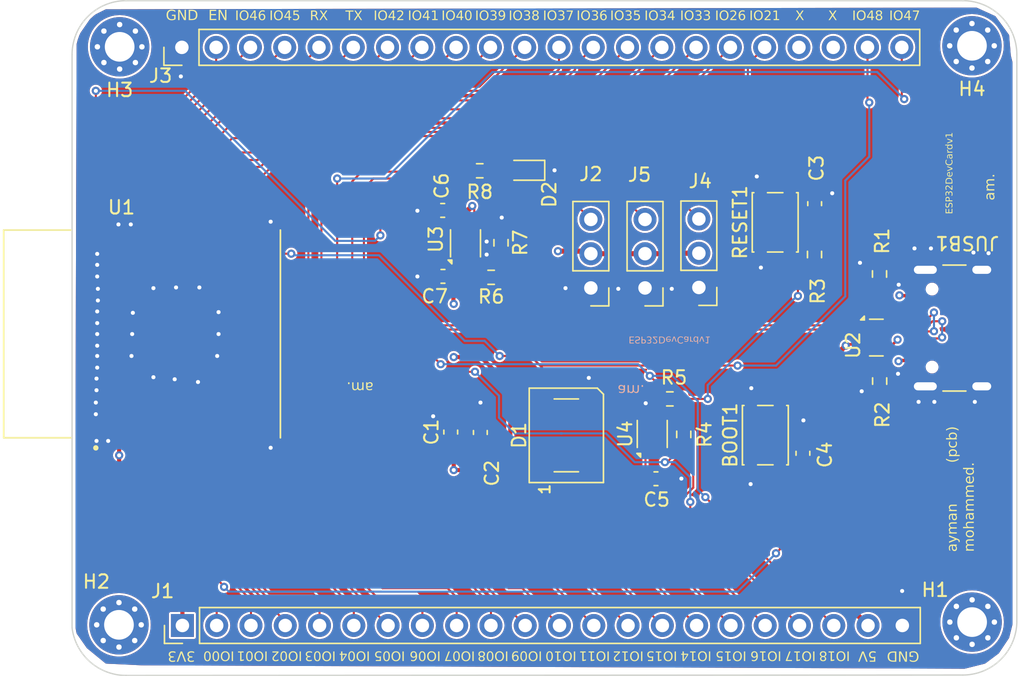
<source format=kicad_pcb>
(kicad_pcb (version 20240108) (generator "pcbnew") (generator_version "8.0")
  (layers (0 "F.Cu" signal "L1") (1 "In1.Cu" signal "L2") (2 "In2.Cu" signal "L3") (31 "B.Cu" signal "L4") (34 "B.Paste" user) (35 "F.Paste" user) (36 "B.SilkS" user "B.Silkscreen") (37 "F.SilkS" user "F.Silkscreen") (38 "B.Mask" user) (39 "F.Mask" user) (44 "Edge.Cuts" user))
  (net 0 "")
  (net 1 "GND")
  (net 2 "/3V3")
  (net 3 "/ESP32_EN")
  (net 4 "/GPIO0")
  (net 5 "/5VUSB")
  (net 7 "/GPIO48")
  (net 8 "Net-(D2-A)")
  (net 9 "/GPIO1")
  (net 10 "/GPIO2")
  (net 11 "/GPIO3")
  (net 12 "/GPIO4")
  (net 13 "/GPIO5")
  (net 14 "/GPIO6")
  (net 15 "/GPIO7")
  (net 16 "/GPIO8")
  (net 17 "/GPIO9")
  (net 18 "/GPIO10")
  (net 19 "/GPIO11")
  (net 20 "/GPIO12")
  (net 21 "/GPIO13")
  (net 22 "/GPIO14")
  (net 23 "/GPIO15")
  (net 24 "/GPIO16")
  (net 25 "/I2C_SCL")
  (net 26 "/I2C_SDA")
  (net 27 "/GPIO46")
  (net 28 "/GPIO45")
  (net 29 "/RXD")
  (net 30 "/TXD")
  (net 31 "/GPIO42")
  (net 32 "/GPIO41")
  (net 33 "/GPIO40")
  (net 34 "/GPIO39")
  (net 35 "/GPIO38")
  (net 36 "/GPIO37")
  (net 37 "/GPIO36")
  (net 38 "/GPIO35")
  (net 39 "/GPIO34")
  (net 40 "/GPIO33")
  (net 41 "/GPIO26")
  (net 42 "/GPIO21")
  (net 43 "/USB_N")
  (net 44 "/USB_P")
  (net 45 "/GPIO47")
  (net 46 "Net-(JUSB1-CC1)")
  (net 48 "Net-(JUSB1-CC2)")
  (net 50 "Net-(U3-FB)")
  (footprint "Capacitor_SMD:C_0603_1608Metric" (layer "F.Cu") (at 184.226 102.9102 90)
    (property "Reference" "C1")
    (property "Value" "0.1uF" (hide yes))
  )
  (footprint "LED_SMD:LED_0603_1608Metric" (layer "F.Cu") (at 189.705 83.5002 180)
    (property "Reference" "D2")
    (property "Value" "LED" (hide yes))
  )
  (footprint "Resistor_SMD:R_0603_1608Metric" (layer "F.Cu") (at 186.375 83.5352)
    (property "Reference" "R8")
    (property "Value" "5.1k" (hide yes))
  )
  (footprint "Resistor_SMD:R_0603_1608Metric" (layer "F.Cu") (at 187.22 91.4352 180)
    (property "Reference" "R6")
    (property "Value" "1M" (hide yes))
  )
  (footprint "Resistor_SMD:R_0603_1608Metric" (layer "F.Cu") (at 201.491 103.0812 90)
    (property "Reference" "R4")
    (property "Value" "10k" (hide yes))
  )
  (footprint "Capacitor_SMD:C_0603_1608Metric" (layer "F.Cu") (at 210.32 104.4832 90)
    (property "Reference" "C4")
    (property "Value" "0.1uF" (hide yes))
  )
  (footprint "MountingHole:MountingHole_2.2mm_M2_Pad_Via" (layer "F.Cu") (at 159.6442 117.2014 180)
    (property "Reference" "H2")
    (property "Value" "MountingHole" (hide yes))
  )
  (footprint "MountingHole:MountingHole_2.2mm_M2_Pad_Via" (layer "F.Cu") (at 222.845 74.2682 180)
    (property "Reference" "H4")
    (property "Value" "MountingHole" (hide yes))
  )
  (footprint "MountingHole:MountingHole_2.2mm_M2_Pad_Via" (layer "F.Cu") (at 222.8554 116.999 180)
    (property "Reference" "H1")
    (property "Value" "MountingHole" (hide yes))
  )
  (footprint "Package_DFN_QFN:Diodes_UDFN-10_1.0x2.5mm_P0.5mm" (layer "F.Cu") (at 215.76 95.9032)
    (property "Reference" "U2")
    (property "Value" "ESD7104MUTAG" (hide yes))
  )
  (footprint "Resistor_SMD:R_0603_1608Metric" (layer "F.Cu") (at 216.005 99.1282 -90)
    (property "Reference" "R2")
    (property "Value" "5.1k" (hide yes))
  )
  (footprint "Capacitor_SMD:C_0603_1608Metric" (layer "F.Cu") (at 183.65 91.3652 180)
    (property "Reference" "C7")
    (property "Value" "10uF" (hide yes))
  )
  (footprint "Connector_PinHeader_2.54mm:PinHeader_1x22_P2.54mm_Vertical" (layer "F.Cu") (at 164.345 117.2506 90)
    (property "Reference" "J1")
    (property "Value" "~")
  )
  (footprint "Resistor_SMD:R_0603_1608Metric" (layer "F.Cu") (at 187.95 88.8752 -90)
    (property "Reference" "R7")
    (property "Value" "200k" (hide yes))
  )
  (footprint "Button_Switch_SMD:SW_SPST_PTS810" (layer "F.Cu") (at 208.2646 87.359 90)
    (property "Reference" "RESET1")
    (property "Value" "~")
  )
  (footprint "Resistor_SMD:R_0603_1608Metric" (layer "F.Cu") (at 200.461 100.4512)
    (property "Reference" "R5")
    (property "Value" "10k" (hide yes))
  )
  (footprint "Resistor_SMD:R_0603_1608Metric" (layer "F.Cu") (at 211.1796 89.744 -90)
    (property "Reference" "R3")
    (property "Value" "10k" (hide yes))
  )
  (footprint "Button_Switch_SMD:SW_SPST_PTS810" (layer "F.Cu") (at 207.535 103.1382 90)
    (property "Reference" "BOOT1")
    (property "Value" "~")
  )
  (footprint "ESP32_S3_MINI_1_N8:XCVR_ESP32-S3-MINI-1-N8" (layer "F.Cu") (at 163.88 95.6332 90)
    (property "Reference" "U1")
    (property "Value" "ESP32-S3-MINI-1-N8" (hide yes))
  )
  (footprint "MountingHole:MountingHole_2.2mm_M2_Pad_Via" (layer "F.Cu") (at 159.695 74.345 180)
    (property "Reference" "H3")
    (property "Value" "MountingHole" (hide yes))
  )
  (footprint "Connector_PinHeader_2.54mm:PinHeader_1x03_P2.54mm_Vertical" (layer "F.Cu") (at 194.608 92.2238 180)
    (property "Reference" "J2")
    (property "Value" "Conn_01x03_Pin" (hide yes))
  )
  (footprint "Connector_PinHeader_2.54mm:PinHeader_1x03_P2.54mm_Vertical" (layer "F.Cu") (at 202.6108 92.188 180)
    (property "Reference" "J4")
    (property "Value" "Conn_01x03_Pin" (hide yes))
  )
  (footprint "Connector_PinHeader_2.54mm:PinHeader_1x22_P2.54mm_Vertical" (layer "F.Cu") (at 164.305 74.385 90)
    (property "Reference" "J3")
    (property "Value" "~")
  )
  (footprint "Capacitor_SMD:C_0603_1608Metric" (layer "F.Cu") (at 211.1896 85.974 90)
    (property "Reference" "C3")
    (property "Value" "0.1uF" (hide yes))
  )
  (footprint "Capacitor_SMD:C_0603_1608Metric" (layer "F.Cu") (at 183.63 86.4752 180)
    (property "Reference" "C6")
    (property "Value" "10uF" (hide yes))
  )
  (footprint "LED_SMD:LED_WS2812B_PLCC4_5.0x5.0mm_P3.2mm" (layer "F.Cu") (at 192.791 103.1532 90)
    (property "Reference" "D1")
    (property "Value" "WS2812B" (hide yes))
  )
  (footprint "Package_SON:WSON-6-1EP_2x2mm_P0.65mm_EP1x1.6mm" (layer "F.Cu") (at 185.32 88.9152 90)
    (property "Reference" "U3")
    (property "Value" "TLV75801PDRV" (hide yes))
  )
  (footprint "Resistor_SMD:R_0603_1608Metric" (layer "F.Cu") (at 215.995 91.1882 90)
    (property "Reference" "R1")
    (property "Value" "5.1k" (hide yes))
  )
  (footprint "Package_DFN_QFN:AMS_QFN-4-1EP_2x2mm_P0.95mm_EP0.7x1.6mm" (layer "F.Cu") (at 199.156 103.0512 90)
    (property "Reference" "U4")
    (property "Value" "ENS210" (hide yes))
  )
  (footprint "Connector_USB:USB_C_Receptacle_GCT_USB4105-xx-A_16P_TopMnt_Horizontal" (layer "F.Cu") (at 222.495 95.1982 90)
    (property "Reference" "JUSB1")
    (property "Value" "USB_C_Receptacle_USB2.0" (hide yes))
  )
  (footprint "Capacitor_SMD:C_0603_1608Metric" (layer "F.Cu") (at 199.431 106.3712)
    (property "Reference" "C5")
    (property "Value" "0.1uF" (hide yes))
  )
  (footprint "Connector_PinHeader_2.54mm:PinHeader_1x03_P2.54mm_Vertical" (layer "F.Cu") (at 198.6212 92.2238 180)
    (property "Reference" "J5")
    (property "Value" "Conn_01x03_Pin" (hide yes))
  )
  (footprint "Capacitor_SMD:C_0603_1608Metric" (layer "F.Cu") (at 186.42 102.9402 90)
    (property "Reference" "C2")
    (property "Value" "10uF" (hide yes))
  )
  (gr_arc (start 226.17 116.9232) (mid 224.998427 119.751627) (end 222.17 120.9232) (stroke (width 0.1)) (layer "Edge.Cuts"))
  (gr_line (start 222.17 70.9232) (end 160.17 70.9232) (stroke (width 0.1)) (layer "Edge.Cuts"))
  (gr_arc (start 222.17 70.9232) (mid 224.998427 72.094773) (end 226.17 74.9232) (stroke (width 0.1)) (layer "Edge.Cuts"))
  (gr_arc (start 156.17 74.9232) (mid 157.341573 72.094773) (end 160.17 70.9232) (stroke (width 0.1)) (layer "Edge.Cuts"))
  (gr_line (start 156.170001 117.4232) (end 156.17 74.9232) (stroke (width 0.1)) (layer "Edge.Cuts"))
  (gr_line (start 222.17 120.9232) (end 160.17 120.954328) (stroke (width 0.1)) (layer "Edge.Cuts"))
  (gr_arc (start 160.17 120.954328) (mid 157.502189 119.945249) (end 156.170001 117.4232) (stroke (width 0.1)) (layer "Edge.Cuts"))
  (gr_line (start 226.17 116.9232) (end 226.17 74.9232) (stroke (width 0.1)) (layer "Edge.Cuts"))
  (gr_text "am." (at 196.5892 99.3 180) (layer "B.SilkS") (effects (font (size 0.75 0.75) (thickness 0.1875)) (justify left bottom mirror)))
  (gr_text "ESP32DevCardv1" (at 197.402 95.744 180) (layer "B.SilkS") (effects (font (size 0.5 0.5) (thickness 0.125)) (justify left bottom mirror)))
  (gr_text "IO17" (at 211.2704 119.874 180) (layer "F.SilkS") (effects (font (size 0.7 0.7) (thickness 0.175)) (justify left top)))
  (gr_text "IO06" (at 183.4828 119.874 180) (layer "F.SilkS") (effects (font (size 0.7 0.7) (thickness 0.175)) (justify left top)))
  (gr_text "IO46" (at 168.2428 71.6648 0) (layer "F.SilkS") (effects (font (size 0.7 0.7)) (justify left top)))
  (gr_text "IO07" (at 186.0228 119.874 180) (layer "F.SilkS") (effects (font (size 0.7 0.7) (thickness 0.175)) (justify left top)))
  (gr_text "IO39" (at 186.0228 71.6648 0) (layer "F.SilkS") (effects (font (size 0.7 0.7) (thickness 0.175)) (justify left top)))
  (gr_text "IO48" (at 213.9628 71.6648 0) (layer "F.SilkS") (effects (font (size 0.7 0.7) (thickness 0.175)) (justify left top)))
  (gr_text "IO34" (at 198.5704 71.6648 0) (layer "F.SilkS") (effects (font (size 0.7 0.7) (thickness 0.175)) (justify left top)))
  (gr_text "ayman         (pcb)\nmohammed." (at 223.1068 111.7968 90) (layer "F.SilkS") (effects (font (size 0.75 0.75) (thickness 0.1875)) (justify left bottom)))
  (gr_text "IO11" (at 196.0304 119.874 180) (layer "F.SilkS") (effects (font (size 0.7 0.7) (thickness 0.175)) (justify left top)))
  (gr_text "IO05" (at 180.8412 119.874 180) (layer "F.SilkS") (effects (font (size 0.7 0.7) (thickness 0.175)) (justify left top)))
  (gr_text "IO38" (at 188.512 71.6648 0) (layer "F.SilkS") (effects (font (size 0.7 0.7) (thickness 0.175)) (justify left top)))
  (gr_text "IO15" (at 206.1396 119.874 180) (layer "F.SilkS") (effects (font (size 0.7 0.7) (thickness 0.175)) (justify left top)))
  (gr_text "ESP32DevCardv1" (at 221.4812 86.7524 90) (layer "F.SilkS") (effects (font (size 0.5 0.5) (thickness 0.125)) (justify left bottom)))
  (gr_text "GND" (at 163.112 71.614 0) (layer "F.SilkS") (effects (font (size 0.75 0.75) (thickness 0.1875)) (justify left top)))
  (gr_text "am." (at 224.6308 85.7364 90) (layer "F.SilkS") (effects (font (size 0.75 0.75) (thickness 0.1875)) (justify left bottom)))
  (gr_text "IO10" (at 193.5412 119.874 180) (layer "F.SilkS") (effects (font (size 0.7 0.7) (thickness 0.175)) (justify left top)))
  (gr_text "IO36" (at 193.5412 71.6648 0) (layer "F.SilkS") (effects (font (size 0.7 0.7) (thickness 0.175)) (justify left top)))
  (gr_text "IO00" (at 168.192 119.874 180) (layer "F.SilkS") (effects (font (size 0.7 0.7) (thickness 0.175)) (justify left top)))
  (gr_text "IO47" (at 216.706 71.6648 0) (layer "F.SilkS") (effects (font (size 0.7 0.7) (thickness 0.175)) (justify left top)))
  (gr_text "IO21" (at 206.3428 71.6648 0) (layer "F.SilkS") (effects (font (size 0.7 0.7) (thickness 0.175)) (justify left top)))
  (gr_text "IO08" (at 188.512 119.874 180) (layer "F.SilkS") (effects (font (size 0.7 0.7) (thickness 0.175)) (justify left top)))
  (gr_text "IO09" (at 191.0012 119.874 180) (layer "F.SilkS") (effects (font (size 0.7 0.7) (thickness 0.175)) (justify left top)))
  (gr_text "RX" (at 173.78 71.6648 0) (layer "F.SilkS") (effects (font (size 0.7 0.7) (thickness 0.175)) (justify left top)))
  (gr_text "IO01" (at 170.6812 119.874 180) (layer "F.SilkS") (effects (font (size 0.7 0.7) (thickness 0.175)) (justify left top)))
  (gr_text "IO35" (at 196.0304 71.6648 0) (layer "F.SilkS") (effects (font (size 0.7 0.7) (thickness 0.175)) (justify left top)))
  (gr_text "IO37" (at 191.052 71.6648 0) (layer "F.SilkS") (effects (font (size 0.7 0.7) (thickness 0.175)) (justify left top)))
  (gr_text "IO41" (at 181.0444 71.6648 0) (layer "F.SilkS") (effects (font (size 0.7 0.7) (thickness 0.175)) (justify left top)))
  (gr_text "3V3" (at 165.2964 119.9248 180) (layer "F.SilkS") (effects (font (size 0.75 0.75) (thickness 0.175)) (justify left top)))
  (gr_text "TX" (at 176.4216 71.6648 0) (layer "F.SilkS") (effects (font (size 0.7 0.7) (thickness 0.175)) (justify left top)))
  (gr_text "IO42" (at 178.5044 71.6648 0) (layer "F.SilkS") (effects (font (size 0.7 0.7) (thickness 0.175)) (justify left top)))
  (gr_text "X" (at 209.7464 71.6648 0) (layer "F.SilkS") (effects (font (size 0.7 0.7) (thickness 0.175)) (justify left top)))
  (gr_text "IO18" (at 213.8104 119.874 180) (layer "F.SilkS") (effects (font (size 0.7 0.7)) (justify left top)))
  (gr_text "5V" (at 215.7916 119.9248 180) (layer "F.SilkS") (effects (font (size 0.75 0.75) (thickness 0.1875)) (justify left top)))
  (gr_text "IO15" (at 201.0088 119.874 180) (layer "F.SilkS") (effects (font (size 0.7 0.7) (thickness 0.175)) (justify left top)))
  (gr_text "IO45" (at 170.7828 71.6648 0) (layer "F.SilkS") (effects (font (size 0.7 0.7) (thickness 0.175)) (justify left top)))
  (gr_text "X" (at 212.1848 71.6648 0) (layer "F.SilkS") (effects (font (size 0.7 0.7) (thickness 0.175)) (justify left top)))
  (gr_text "IO14" (at 203.5488 119.874 180) (layer "F.SilkS") (effects (font (size 0.7 0.7) (thickness 0.175)) (justify left top)))
  (gr_text "IO16" (at 208.7304 119.874 180) (layer "F.SilkS") (effects (font (size 0.7 0.7) (thickness 0.175)) (justify left top)))
  (gr_text "IO12" (at 198.5196 119.874 180) (layer "F.SilkS") (effects (font (size 0.7 0.7) (thickness 0.175)) (justify left top)))
  (gr_text "IO33" (at 201.212 71.6648 0) (layer "F.SilkS") (effects (font (size 0.7 0.7) (thickness 0.175)) (justify left top)))
  (gr_text "IO03" (at 175.7104 119.874 180) (layer "F.SilkS") (effects (font (size 0.7 0.7) (thickness 0.175)) (justify left top)))
  (gr_text "IO02" (at 173.2212 119.874 180) (layer "F.SilkS") (effects (font (size 0.7 0.7) (thickness 0.175)) (justify left top)))
  (gr_text "am." (at 178.5044 99.0968 180) (layer "F.SilkS") (effects (font (size 0.75 0.75) (thickness 0.1875)) (justify left bottom)))
  (gr_text "IO40" (at 183.5336 71.6648 0) (layer "F.SilkS") (effects (font (size 0.7 0.7) (thickness 0.175)) (justify left top)))
  (gr_text "IO26" (at 203.8028 71.6648 0) (layer "F.SilkS") (effects (font (size 0.7 0.7) (thickness 0.175)) (justify left top)))
  (gr_text "IO04" (at 178.2504 119.874 180) (layer "F.SilkS") (effects (font (size 0.7 0.7) (thickness 0.175)) (justify left top)))
  (gr_text "GND" (at 218.9412 119.9248 180) (layer "F.SilkS") (effects (font (size 0.75 0.75) (thickness 0.1875)) (justify left top)))
  (gr_text "EN" (at 166.2616 71.614 0) (layer "F.SilkS") (effects (font (size 0.75 0.75) (thickness 0.1875)) (justify left top)))
  (segment (start 187.95 87.0604) (end 188.004 87.0064) (width 0.1524) (layer "F.Cu") (net 1))
  (segment (start 186.42 102.1652) (end 186.42 100.7316) (width 0.254) (layer "F.Cu") (net 1))
  (segment (start 207.1896 90.698) (end 207.2064 90.7148) (width 0.1524) (layer "F.Cu") (net 1))
  (segment (start 186.42 100.7316) (end 186.4292 100.7224) (width 0.1524) (layer "F.Cu") (net 1))
  (segment (start 207.1896 89.434) (end 207.1896 90.698) (width 0.1524) (layer "F.Cu") (net 1))
  (segment (start 200.216 106.3612) (end 200.206 106.3712) (width 0.1524) (layer "F.Cu") (net 1))
  (segment (start 182.875 91.3652) (end 181.7656 91.3652) (width 0.1524) (layer "F.Cu") (net 1))
  (segment (start 181.7788 86.4752) (end 181.7556 86.4984) (width 0.1524) (layer "F.Cu") (net 1))
  (segment (start 186.7556 88.9152) (end 186.8864 88.7844) (width 0.1524) (layer "F.Cu") (net 1))
  (segment (start 210.356 102.0432) (end 210.32 102.0792) (width 0.1524) (layer "F.Cu") (net 1))
  (segment (start 206.46 106.752) (end 206.4444 106.7676) (width 0.1524) (layer "F.Cu") (net 1))
  (segment (start 217.3664 98.5888) (end 217.5696 98.3856) (width 0.254) (layer "F.Cu") (net 1))
  (segment (start 206.46 105.2132) (end 206.46 106.752) (width 0.1524) (layer "F.Cu") (net 1))
  (segment (start 183.3208 102.1352) (end 182.924 101.7384) (width 0.254) (layer "F.Cu") (net 1))
  (segment (start 194.441 98.9082) (end 194.4556 98.8936) (width 0.1524) (layer "F.Cu") (net 1))
  (segment (start 198.681 102.1012) (end 198.681 100.7822) (width 0.1524) (layer "F.Cu") (net 1))
  (segment (start 217.4172 91.9848) (end 218.8016 91.9848) (width 0.254) (layer "F.Cu") (net 1))
  (segment (start 198.681 100.7822) (end 198.672 100.7732) (width 0.1524) (layer "F.Cu") (net 1))
  (segment (start 215.991 90.3592) (end 215.995 90.3632) (width 0.1524) (layer "F.Cu") (net 1))
  (segment (start 187.95 88.0502) (end 187.95 87.0604) (width 0.1524) (layer "F.Cu") (net 1))
  (segment (start 184.226 102.1352) (end 183.3208 102.1352) (width 0.254) (layer "F.Cu") (net 1))
  (segment (start 218.8024 98.3856) (end 218.815 98.3982) (width 0.1524) (layer "F.Cu") (net 1))
  (segment (start 186.0231 89.7496) (end 185.97 89.8027) (width 0.1524) (layer "F.Cu") (net 1))
  (segment (start 206.46 101.0632) (end 206.46 99.6908) (width 0.1524) (layer "F.Cu") (net 1))
  (segment (start 215.936 99.8842) (end 216.005 99.9532) (width 0.1524) (layer "F.Cu") (net 1))
  (segment (start 185.32 88.9152) (end 186.7556 88.9152) (width 0.1524) (layer "F.Cu") (net 1))
  (segment (start 218.8016 91.9848) (end 218.815 91.9982) (width 0.1524) (layer "F.Cu") (net 1))
  (segment (start 191.9156 83.5012) (end 190.4935 83.5012) (width 0.2032) (layer "F.Cu") (net 1))
  (segment (start 206.9016 83.9584) (end 207.1896 84.2464) (width 0.1524) (layer "F.Cu") (net 1))
  (segment (start 214.674 99.8842) (end 215.936 99.8842) (width 0.1524) (layer "F.Cu") (net 1))
  (segment (start 182.855 86.4752) (end 181.7788 86.4752) (width 0.1524) (layer "F.Cu") (net 1))
  (segment (start 190.4935 83.5012) (end 190.4925 83.5002) (width 0.1524) (layer "F.Cu") (net 1))
  (segment (start 212.4896 85.203) (end 211.1936 85.203) (width 0.1524) (layer "F.Cu") (net 1))
  (segment (start 207.1896 84.2464) (end 207.1896 85.284) (width 0.1524) (layer "F.Cu") (net 1))
  (segment (start 206.46 99.6908) (end 206.4952 99.6556) (width 0.1524) (layer "F.Cu") (net 1))
  (segment (start 214.547 90.3592) (end 215.991 90.3592) (width 0.1524) (layer "F.Cu") (net 1))
  (segment (start 201.3136 106.3612) (end 200.216 106.3612) (width 0.1524) (layer "F.Cu") (net 1))
  (segment (start 211.1936 85.203) (end 211.1896 85.199) (width 0.1524) (layer "F.Cu") (net 1))
  (segment (start 210.32 102.0792) (end 210.32 103.7082) (width 0.1524) (layer "F.Cu") (net 1))
  (segment (start 217.5696 98.3856) (end 218.8024 98.3856) (width 0.254) (layer "F.Cu") (net 1))
  (segment (start 194.441 100.7032) (end 194.441 98.9082) (width 0.1524) (layer "F.Cu") (net 1))
  (segment (start 181.7656 91.3652) (end 181.7556 91.3752) (width 0.1524) (layer "F.Cu") (net 1))
  (segment (start 186.8864 89.7496) (end 186.0231 89.7496) (width 0.1524) (layer "F.Cu") (net 1))
  (via (at 206.4952 99.6556) (size 0.604799) (drill 0.299974) (layers "F.Cu" "B.Cu") (net 1))
  (via (at 181.7556 91.3752) (size 0.604799) (drill 0.299974) (layers "F.Cu" "B.Cu") (net 1))
  (via (at 217.4172 91.9848) (size 0.604799) (drill 0.299974) (layers "F.Cu" "B.Cu") (net 1))
  (via (at 162.1976 92.2388) (size 0.604799) (drill 0.299974) (layers "F.Cu" "B.Cu") (net 1))
  (via (at 219.8048 89.2924) (size 0.604799) (drill 0.299974) (layers "F.Cu" "B.Cu") (net 1))
  (via (at 163.874 92.188) (size 0.604799) (drill 0.299974) (layers "F.Cu" "B.Cu") (net 1))
  (via (at 186.8864 89.7496) (size 0.604799) (drill 0.299974) (layers "F.Cu" "B.Cu") (net 1))
  (via (at 158.032 90.5116) (size 0.604799) (drill 0.299974) (layers "F.Cu" "B.Cu") (net 1))
  (via (at 158.032 89.6988) (size 0.604799) (drill 0.299974) (layers "F.Cu" "B.Cu") (net 1))
  (via (at 212.4896 85.203) (size 0.604799) (drill 0.299974) (layers "F.Cu" "B.Cu") (net 1))
  (via (at 167.0236 94.0168) (size 0.604799) (drill 0.299974) (layers "F.Cu" "B.Cu") (net 1))
  (via (at 220.0588 100.6716) (size 0.604799) (drill 0.299974) (layers "F.Cu" "B.Cu") (net 1))
  (via (at 186.4292 100.7224) (size 0.604799) (drill 0.299974) (layers "F.Cu" "B.Cu") (net 1))
  (via (at 201.3136 106.3612) (size 0.604799) (drill 0.299974) (layers "F.Cu" "B.Cu") (net 1))
  (via (at 160.6736 94.0676) (size 0.604799) (drill 0.299974) (layers "F.Cu" "B.Cu") (net 1))
  (via (at 162.1976 98.8428) (size 0.604799) (drill 0.299974) (layers "F.Cu" "B.Cu") (net 1))
  (via (at 163.7724 98.9952) (size 0.604799) (drill 0.299974) (layers "F.Cu" "B.Cu") (net 1))
  (via (at 214.674 99.8842) (size 0.604799) (drill 0.299974) (layers "F.Cu" "B.Cu") (net 1))
  (via (at 214.547 90.3592) (size 0.604799) (drill 0.299974) (layers "F.Cu" "B.Cu") (net 1))
  (via (at 166.922 97.268) (size 0.604799) (drill 0.299974) (layers "F.Cu" "B.Cu") (net 1))
  (via (at 157.9812 98.9444) (size 0.604799) (drill 0.299974) (layers "F.Cu" "B.Cu") (net 1))
  (via (at 224.072 89.648) (size 0.604799) (drill 0.299974) (layers "F.Cu" "B.Cu") (net 1))
  (via (at 157.9812 99.808) (size 0.604799) (drill 0.299974) (layers "F.Cu" "B.Cu") (net 1))
  (via (at 158.032 93.966) (size 0.604799) (drill 0.299974) (layers "F.Cu" "B.Cu") (net 1))
  (via (at 167.0236 95.6424) (size 0.604799) (drill 0.299974) (layers "F.Cu" "B.Cu") (net 1))
  (via (at 196.64 92.2896) (size 0.604799) (drill 0.299974) (layers "F.Cu" "B.Cu") (net 1))
  (via (at 194.4556 98.8936) (size 0.604799) (drill 0.299974) (layers "F.Cu" "B.Cu") (net 1))
  (via (at 222.9544 89.5972) (size 0.604799) (drill 0.299974) (layers "F.Cu" "B.Cu") (net 1))
  (via (at 186.8864 88.7844) (size 0.604799) (drill 0.299974) (layers "F.Cu" "B.Cu") (net 1))
  (via (at 160.6228 95.6424) (size 0.604799) (drill 0.299974) (layers "F.Cu" "B.Cu") (net 1))
  (via (at 160.572 97.268) (size 0.604799) (drill 0.299974) (layers "F.Cu" "B.Cu") (net 1))
  (via (at 191.9156 83.5012) (size 0.604799) (drill 0.299974) (layers "F.Cu" "B.Cu") (net 1))
  (via (at 198.672 100.7732) (size 0.604799) (drill 0.299974) (layers "F.Cu" "B.Cu") (net 1))
  (via (at 182.924 101.7384) (size 0.604799) (drill 0.299974) (layers "F.Cu" "B.Cu") (net 1))
  (via (at 158.8448 103.5672) (size 0.604799) (drill 0.299974) (layers "F.Cu" "B.Cu") (net 1))
  (via (at 164.2296 76.5416) (size 0.604799) (drill 0.299974) (layers "F.Cu" "B.Cu") (net 1))
  (via (at 165.4996 99.1984) (size 0.604799) (drill 0.299974) (layers "F.Cu" "B.Cu") (net 1))
  (via (at 223.056 100.6716) (size 0.604799) (drill 0.299974) (layers "F.Cu" "B.Cu") (net 1))
  (via (at 217.3664 98.5888) (size 0.604799) (drill 0.299974) (layers "F.Cu" "B.Cu") (net 1))
  (via (at 159.6068 87.5144) (size 0.604799) (drill 0.299974) (layers "F.Cu" "B.Cu") (net 1))
  (via (at 158.032 97.268) (size 0.604799) (drill 0.299974) (layers "F.Cu" "B.Cu") (net 1))
  (via (at 158.032 96.506) (size 0.604799) (drill 0.299974) (layers "F.Cu" "B.Cu") (net 1))
  (via (at 192.7284 92.2388) (size 0.604799) (drill 0.299974) (layers "F.Cu" "B.Cu") (net 1))
  (via (at 207.2064 90.7148) (size 0.604799) (drill 0.299974) (layers "F.Cu" "B.Cu") (net 1))
  (via (at 218.8904 100.6716) (size 0.604799) (drill 0.299974) (layers "F.Cu" "B.Cu") (net 1))
  (via (at 218.5856 89.2924) (size 0.604799) (drill 0.299974) (layers "F.Cu" "B.Cu") (net 1))
  (via (at 160.5212 87.5144) (size 0.604799) (drill 0.299974) (layers "F.Cu" "B.Cu") (net 1))
  (via (at 188.004 87.0064) (size 0.604799) (drill 0.299974) (layers "F.Cu" "B.Cu") (net 1))
  (via (at 206.9016 83.9584) (size 0.604799) (drill 0.299974) (layers "F.Cu" "B.Cu") (net 1))
  (via (at 200.6024 92.2896) (size 0.604799) (drill 0.299974) (layers "F.Cu" "B.Cu") (net 1))
  (via (at 158.032 91.3752) (size 0.604799) (drill 0.299974) (layers "F.Cu" "B.Cu") (net 1))
  (via (at 206.4444 106.7676) (size 0.604799) (drill 0.299974) (layers "F.Cu" "B.Cu") (net 1))
  (via (at 158.032 94.8296) (size 0.604799) (drill 0.299974) (layers "F.Cu" "B.Cu") (net 1))
  (via (at 158.0828 92.2896) (size 0.604799) (drill 0.299974) (layers "F.Cu" "B.Cu") (net 1))
  (via (at 157.9304 101.586) (size 0.604799) (drill 0.299974) (layers "F.Cu" "B.Cu") (net 1))
  (via (at 158.0828 93.1532) (size 0.604799) (drill 0.299974) (layers "F.Cu" "B.Cu") (net 1))
  (via (at 157.9812 103.5672) (size 0.604799) (drill 0.299974) (layers "F.Cu" "B.Cu") (net 1))
  (via (at 158.032 98.1316) (size 0.604799) (drill 0.299974) (layers "F.Cu" "B.Cu") (net 1))
  (via (at 210.356 102.0432) (size 0.604799) (drill 0.299974) (layers "F.Cu" "B.Cu") (net 1))
  (via (at 158.032 95.6424) (size 0.604799) (drill 0.299974) (layers "F.Cu" "B.Cu") (net 1))
  (via (at 181.7556 86.4984) (size 0.604799) (drill 0.299974) (layers "F.Cu" "B.Cu") (net 1))
  (via (at 217.6712 114.6924) (size 0.604799) (drill 0.299974) (layers "F.Cu" "B.Cu") (net 1))
  (via (at 170.8844 104.0752) (size 0.604799) (drill 0.299974) (layers "F.Cu" "B.Cu") (net 1))
  (via (at 157.9304 100.7224) (size 0.604799) (drill 0.299974) (layers "F.Cu" "B.Cu") (net 1))
  (via (at 165.6012 92.188) (size 0.604799) (drill 0.299974) (layers "F.Cu" "B.Cu") (net 1))
  (via (at 170.8844 87.3112) (size 0.604799) (drill 0.299974) (layers "F.Cu" "B.Cu") (net 1))
  (segment (start 184.425 91.3652) (end 184.425 93.3842) (width 0.3048) (layer "F.Cu") (net 2))
  (segment (start 198.027 106.3712) (end 198.656 106.3712) (width 0.3048) (layer "F.Cu") (net 2))
  (segment (start 182.3175 89.8027) (end 184.67 89.8027) (width 0.1524) (layer "F.Cu") (net 2))
  (segment (start 201.491 100.6562) (end 201.286 100.4512) (width 0.1524) (layer "F.Cu") (net 2))
  (segment (start 197.148 107.2502) (end 198.027 106.3712) (width 0.3048) (layer "F.Cu") (net 2))
  (segment (start 203.27 100.4532) (end 202.552 100.4532) (width 0.1524) (layer "F.Cu") (net 2))
  (segment (start 184.448 105.7262) (end 184.448 103.9072) (width 0.3048) (layer "F.Cu") (net 2))
  (segment (start 211.1796 90.569) (end 211.1796 91.085) (width 0.1524) (layer "F.Cu") (net 2))
  (segment (start 186.42 105.1512) (end 186.42 103.7152) (width 0.3048) (layer "F.Cu") (net 2))
  (segment (start 186.395 91.4352) (end 184.495 91.4352) (width 0.1524) (layer "F.Cu") (net 2))
  (segment (start 184.448 105.7262) (end 185.845 105.7262) (width 0.3048) (layer "F.Cu") (net 2))
  (segment (start 209.9496 92.315) (end 209.9496 92.823) (width 0.1524) (layer "F.Cu") (net 2))
  (segment (start 181.1968 84.7204) (end 181.1968 88.682) (width 0.1524) (layer "F.Cu") (net 2))
  (segment (start 202.1946 107.0296) (end 202.1946 102.9598) (width 0.1524) (layer "F.Cu") (net 2))
  (segment (start 185.55 83.5352) (end 184.0416 83.5352) (width 0.1524) (layer "F.Cu") (net 2))
  (segment (start 186.459287 97.348887) (end 188.639 99.5286) (width 0.3048) (layer "F.Cu") (net 2))
  (segment (start 188.639 99.5286) (end 188.639 105.2182) (width 0.3048) (layer "F.Cu") (net 2))
  (segment (start 184.495 91.4352) (end 184.425 91.3652) (width 0.1524) (layer "F.Cu") (net 2))
  (segment (start 184.0416 83.5352) (end 185.5824 85.076) (width 0.1524) (layer "F.Cu") (net 2))
  (segment (start 185.845 105.7262) (end 186.42 105.1512) (width 0.3048) (layer "F.Cu") (net 2))
  (segment (start 192.788 107.2502) (end 197.148 107.2502) (width 0.3048) (layer "F.Cu") (net 2))
  (segment (start 196.8582 84.8578) (end 200.3606 84.8578) (width 0.1524) (layer "F.Cu") (net 2))
  (segment (start 159.6576 104.634) (end 159.6576 107.7836) (width 0.3048) (layer "F.Cu") (net 2))
  (segment (start 201.491 102.2562) (end 201.491 100.6562) (width 0.1524) (layer "F.Cu") (net 2))
  (segment (start 159.6576 104.634) (end 159.6576 102.6608) (width 0.3048) (layer "F.Cu") (net 2))
  (segment (start 184.448 97.348887) (end 186.459287 97.348887) (width 0.3048) (layer "F.Cu") (net 2))
  (segment (start 198.656 104.0262) (end 198.681 104.0012) (width 0.1524) (layer "F.Cu") (net 2))
  (segment (start 201.72 107.5042) (end 202.1946 107.0296) (width 0.1524) (layer "F.Cu") (net 2))
  (segment (start 184.425 93.3842) (end 184.448 93.4072) (width 0.3048) (layer "F.Cu") (net 2))
  (segment (start 184.67 91.1202) (end 184.425 91.3652) (width 0.39116) (layer "F.Cu") (net 2))
  (segment (start 198.656 106.3712) (end 198.656 104.0262) (width 0.1524) (layer "F.Cu") (net 2))
  (segment (start 189.024 105.6032) (end 191.141 105.6032) (width 0.3048) (layer "F.Cu") (net 2))
  (segment (start 202.1946 102.9598) (end 201.491 102.2562) (width 0.1524) (layer "F.Cu") (net 2))
  (segment (start 196.5534 85.076) (end 196.64 85.076) (width 0.1524) (layer "F.Cu") (net 2))
  (segment (start 192.5402 85.076) (end 196.5534 85.076) (width 0.1524) (layer "F.Cu") (net 2))
  (segment (start 202.552 100.4532) (end 202.55 100.4512) (width 0.1524) (layer "F.Cu") (net 2))
  (segment (start 159.6576 107.7836) (end 164.345 112.471) (width 0.3048) (layer "F.Cu") (net 2))
  (segment (start 196.5534 85.076) (end 198.6212 87.1438) (width 0.1524) (layer "F.Cu") (net 2))
  (segment (start 182.382 83.5352) (end 181.1968 84.7204) (width 0.1524) (layer "F.Cu") (net 2))
  (segment (start 159.6576 102.6608) (end 159.63 102.6332) (width 0.3048) (layer "F.Cu") (net 2))
  (segment (start 199.789 107.5042) (end 201.72 107.5042) (width 0.1524) (layer "F.Cu") (net 2))
  (segment (start 191.141 105.6032) (end 192.788 107.2502) (width 0.3048) (layer "F.Cu") (net 2))
  (segment (start 192.5402 85.076) (end 194.608 87.1438) (width 0.1524) (layer "F.Cu") (net 2))
  (segment (start 185.5824 85.076) (end 192.5402 85.076) (width 0.1524) (layer "F.Cu") (net 2))
  (segment (start 181.1968 88.682) (end 182.3175 89.8027) (width 0.1524) (layer "F.Cu") (net 2))
  (segment (start 164.345 112.471) (end 164.345 117.2506) (width 0.3048) (layer "F.Cu") (net 2))
  (segment (start 196.64 85.076) (end 196.8582 84.8578) (width 0.1524) (layer "F.Cu") (net 2))
  (segment (start 198.656 106.3712) (end 199.789 107.5042) (width 0.1524) (layer "F.Cu") (net 2))
  (segment (start 184.67 89.8027) (end 184.67 91.1202) (width 0.39116) (layer "F.Cu") (net 2))
  (segment (start 188.639 105.2182) (end 189.024 105.6032) (width 0.3048) (layer "F.Cu") (net 2))
  (segment (start 200.3606 84.8578) (end 202.6108 87.108) (width 0.1524) (layer "F.Cu") (net 2))
  (segment (start 184.0416 83.5352) (end 182.382 83.5352) (width 0.1524) (layer "F.Cu") (net 2))
  (segment (start 202.55 100.4512) (end 201.286 100.4512) (width 0.1524) (layer "F.Cu") (net 2))
  (segment (start 209.9496 92.315) (end 211.1796 91.085) (width 0.1524) (layer "F.Cu") (net 2))
  (segment (start 184.448 103.9072) (end 184.226 103.6852) (width 0.3048) (layer "F.Cu") (net 2))
  (via (at 184.448 97.348887) (size 0.604799) (drill 0.299974) (layers "F.Cu" "B.Cu") (net 2))
  (via (at 184.448 93.4072) (size 0.604799) (drill 0.299974) (layers "F.Cu" "B.Cu") (net 2))
  (via (at 209.9496 92.823) (size 0.604799) (drill 0.299974) (layers "F.Cu" "B.Cu") (net 2))
  (via (at 184.448 105.7262) (size 0.604799) (drill 0.299974) (layers "F.Cu" "B.Cu") (net 2))
  (via (at 203.27 100.4532) (size 0.604799) (drill 0.299974) (layers "F.Cu" "B.Cu") (net 2))
  (via (at 159.6576 104.634) (size 0.604799) (drill 0.299974) (layers "F.Cu" "B.Cu") (net 2))
  (segment (start 209.8734 92.823) (end 209.9496 92.823) (width 0.1524) (layer "B.Cu") (net 2))
  (segment (start 203.27 99.4264) (end 209.086 93.6104) (width 0.1524) (layer "B.Cu") (net 2))
  (segment (start 209.086 93.6104) (end 209.8734 92.823) (width 0.1524) (layer "B.Cu") (net 2))
  (segment (start 203.27 100.4532) (end 203.27 99.4264) (width 0.1524) (layer "B.Cu") (net 2))
  (segment (start 157.9304 77.6084) (end 157.9304 80.6564) (width 0.1524) (layer "F.Cu") (net 3))
  (segment (start 207.7652 81.1644) (end 209.34 82.7392) (width 0.1524) (layer "F.Cu") (net 3))
  (segment (start 160.1148 78.472) (end 164.128 78.472) (width 0.1524) (layer "F.Cu") (net 3))
  (segment (start 209.3396 88.599) (end 211.1896 86.749) (width 0.1524) (layer "F.Cu") (net 3))
  (segment (start 211.1796 86.759) (end 211.1896 86.749) (width 0.1524) (layer "F.Cu") (net 3))
  (segment (start 157.9304 80.6564) (end 157.93 80.6568) (width 0.1524) (layer "F.Cu") (net 3))
  (segment (start 192.2204 81.1644) (end 207.7652 81.1644) (width 0.1524) (layer "F.Cu") (net 3))
  (segment (start 191.054286 82.330514) (end 192.2204 81.1644) (width 0.1524) (layer "F.Cu") (net 3))
  (segment (start 209.34 83.0948) (end 209.3396 83.0952) (width 0.1524) (layer "F.Cu") (net 3))
  (segment (start 157.93 80.6568) (end 160.1148 78.472) (width 0.1524) (layer "F.Cu") (net 3))
  (segment (start 209.3396 83.0952) (end 209.3396 85.284) (width 0.1524) (layer "F.Cu") (net 3))
  (segment (start 179.0124 86.2952) (end 182.977086 82.330514) (width 0.1524) (layer "F.Cu") (net 3))
  (segment (start 211.1796 88.919) (end 211.1796 86.759) (width 0.1524) (layer "F.Cu") (net 3))
  (segment (start 209.3396 89.434) (end 209.3396 88.599) (width 0.1524) (layer "F.Cu") (net 3))
  (segment (start 209.3396 85.284) (end 209.3396 89.434) (width 0.1524) (layer "F.Cu") (net 3))
  (segment (start 179.0124 88.3272) (end 179.0124 86.2952) (width 0.1524) (layer "F.Cu") (net 3))
  (segment (start 182.977086 82.330514) (end 191.054286 82.330514) (width 0.1524) (layer "F.Cu") (net 3))
  (segment (start 157.93 88.6332) (end 157.93 80.6568) (width 0.1524) (layer "F.Cu") (net 3))
  (segment (start 164.128 78.472) (end 166.845 75.755) (width 0.1524) (layer "F.Cu") (net 3))
  (segment (start 209.34 82.7392) (end 209.34 83.0948) (width 0.1524) (layer "F.Cu") (net 3))
  (segment (start 166.845 75.755) (end 166.845 74.385) (width 0.1524) (layer "F.Cu") (net 3))
  (via (at 157.9304 77.6084) (size 0.604799) (drill 0.299974) (layers "F.Cu" "B.Cu") (net 3))
  (via (at 179.0124 88.3272) (size 0.604799) (drill 0.299974) (layers "F.Cu" "B.Cu") (net 3))
  (segment (start 178.606 88.7336) (end 175.670654 88.7336) (width 0.1524) (layer "B.Cu") (net 3))
  (segment (start 175.670654 88.7336) (end 164.545454 77.6084) (width 0.1524) (layer "B.Cu") (net 3))
  (segment (start 179.0124 88.3272) (end 178.606 88.7336) (width 0.1524) (layer "B.Cu") (net 3))
  (segment (start 164.545454 77.6084) (end 157.9304 77.6084) (width 0.1524) (layer "B.Cu") (net 3))
  (segment (start 210.32 105.2582) (end 208.655 105.2582) (width 0.1524) (layer "F.Cu") (net 4))
  (segment (start 208.61 111.6124) (end 208.324 111.8984) (width 0.1524) (layer "F.Cu") (net 4))
  (segment (start 208.61 105.2132) (end 208.61 111.6124) (width 0.1524) (layer "F.Cu") (net 4))
  (segment (start 160.4704 107.3772) (end 166.885 113.7918) (width 0.1524) (layer "F.Cu") (net 4))
  (segment (start 167.43 114.3368) (end 166.885 113.7918) (width 0.1524) (layer "F.Cu") (net 4))
  (segment (start 160.4704 102.8428) (end 160.4704 107.3772) (width 0.1524) (layer "F.Cu") (net 4))
  (segment (start 208.61 105.2132) (end 208.61 101.0632) (width 0.1524) (layer "F.Cu") (net 4))
  (segment (start 160.48 102.8332) (end 160.4704 102.8428) (width 0.1524) (layer "F.Cu") (net 4))
  (segment (start 208.655 105.2582) (end 208.61 105.2132) (width 0.1524) (layer "F.Cu") (net 4))
  (segment (start 166.885 113.7918) (end 166.885 117.2506) (width 0.1524) (layer "F.Cu") (net 4))
  (segment (start 160.48 102.6332) (end 160.48 102.8332) (width 0.1524) (layer "F.Cu") (net 4))
  (segment (start 167.43 114.3876) (end 167.43 114.3368) (width 0.1524) (layer "F.Cu") (net 4))
  (via (at 208.324 111.8984) (size 0.604799) (drill 0.299974) (layers "F.Cu" "B.Cu") (net 4))
  (via (at 167.43 114.3876) (size 0.604799) (drill 0.299974) (layers "F.Cu" "B.Cu") (net 4))
  (segment (start 205.4792 114.7432) (end 208.324 111.8984) (width 0.1524) (layer "B.Cu") (net 4))
  (segment (start 167.7856 114.7432) (end 205.4792 114.7432) (width 0.1524) (layer "B.Cu") (net 4))
  (segment (start 167.43 114.3876) (end 167.7856 114.7432) (width 0.1524) (layer "B.Cu") (net 4))
  (segment (start 217.456947 97.5982) (end 217.402038 97.653109) (width 0.254) (layer "F.Cu") (net 5))
  (segment (start 218.815 92.7982) (end 217.494 92.7982) (width 0.254) (layer "F.Cu") (net 5))
  (segment (start 185.4872 86.4752) (end 184.405 86.4752) (width 0.381) (layer "F.Cu") (net 5))
  (segment (start 216.1475 96.4032) (end 215.3725 96.4032) (width 0.2032) (layer "F.Cu") (net 5))
  (segment (start 200.4114 89.648) (end 202.6108 89.648) (width 0.381) (layer "F.Cu") (net 5))
  (segment (start 185.8196 86.1428) (end 185.4872 86.4752) (width 0.381) (layer "F.Cu") (net 5))
  (segment (start 194.608 89.6838) (end 198.6212 89.6838) (width 0.381) (layer "F.Cu") (net 5))
  (segment (start 217.494 92.7982) (end 217.468 92.7722) (width 0.254) (layer "F.Cu") (net 5))
  (segment (start 217.333443 96.058004) (end 216.988247 96.4032) (width 0.2032) (layer "F.Cu") (net 5))
  (segment (start 213.583 96.4032) (end 215.3725 96.4032) (width 0.2032) (layer "F.Cu") (net 5))
  (segment (start 194.4198 89.4956) (end 194.608 89.6838) (width 0.381) (layer "F.Cu") (net 5))
  (segment (start 213.4929 96.4933) (end 213.023 96.9632) (width 0.381) (layer "F.Cu") (net 5))
  (segment (start 213.023 115.1286) (end 215.145 117.2506) (width 0.381) (layer "F.Cu") (net 5))
  (segment (start 184.405 86.4752) (end 184.405 87.7627) (width 0.381) (layer "F.Cu") (net 5))
  (segment (start 213.4929 96.4933) (end 213.583 96.4032) (width 0.2032) (layer "F.Cu") (net 5))
  (segment (start 198.6212 89.6838) (end 200.3756 89.6838) (width 0.381) (layer "F.Cu") (net 5))
  (segment (start 185.97 86.2932) (end 185.8196 86.1428) (width 0.1524) (layer "F.Cu") (net 5))
  (segment (start 185.97 88.0277) (end 185.97 86.2932) (width 0.1524) (layer "F.Cu") (net 5))
  (segment (start 213.023 96.9632) (end 213.023 115.1286) (width 0.381) (layer "F.Cu") (net 5))
  (segment (start 218.815 97.5982) (end 217.456947 97.5982) (width 0.254) (layer "F.Cu") (net 5))
  (segment (start 200.3756 89.6838) (end 200.4114 89.648) (width 0.381) (layer "F.Cu") (net 5))
  (segment (start 216.988247 96.4032) (end 216.1475 96.4032) (width 0.2032) (layer "F.Cu") (net 5))
  (segment (start 184.405 87.7627) (end 184.67 88.0277) (width 0.381) (layer "F.Cu") (net 5))
  (segment (start 192.1696 89.4956) (end 194.4198 89.4956) (width 0.381) (layer "F.Cu") (net 5))
  (via (at 217.468 92.7722) (size 0.604799) (drill 0.299974) (layers "F.Cu" "B.Cu") (net 5))
  (via (at 213.4929 96.4933) (size 0.604799) (drill 0.299974) (layers "F.Cu" "B.Cu") (net 5))
  (via (at 217.333443 96.058004) (size 0.604799) (drill 0.299974) (layers "F.Cu" "B.Cu") (net 5))
  (via (at 185.8196 86.1428) (size 0.604799) (drill 0.299974) (layers "F.Cu" "B.Cu") (net 5))
  (via (at 192.1696 89.4956) (size 0.604799) (drill 0.299974) (layers "F.Cu" "B.Cu") (net 5))
  (via (at 217.402038 97.653109) (size 0.604799) (drill 0.299974) (layers "F.Cu" "B.Cu") (net 5))
  (segment (start 205.4792 97.9792) (end 190.8488 97.9792) (width 0.1524) (layer "F.Cu") (net 7))
  (segment (start 190.1376 97.268) (end 190.544 97.6744) (width 0.1524) (layer "F.Cu") (net 7))
  (segment (start 190.8488 97.9792) (end 190.544 97.6744) (width 0.1524) (layer "F.Cu") (net 7))
  (segment (start 215.105 78.3442) (end 215.105 74.385) (width 0.1524) (layer "F.Cu") (net 7))
  (segment (start 172.4084 89.6832) (end 170.88 89.6832) (width 0.1524) (layer "F.Cu") (net 7))
  (segment (start 215.2328 78.472) (end 215.105 78.3442) (width 0.1524) (layer "F.Cu") (net 7))
  (segment (start 191.141 98.2714) (end 191.141 100.7032) (width 0.1524) (layer "F.Cu") (net 7))
  (segment (start 187.8516 97.268) (end 190.1376 97.268) (width 0.1524) (layer "F.Cu") (net 7))
  (segment (start 190.544 97.6744) (end 191.141 98.2714) (width 0.1524) (layer "F.Cu") (net 7))
  (via (at 187.8516 97.268) (size 0.604799) (drill 0.299974) (layers "F.Cu" "B.Cu") (net 7))
  (via (at 172.4084 89.6832) (size 0.604799) (drill 0.299974) (layers "F.Cu" "B.Cu") (net 7))
  (via (at 215.2328 78.472) (size 0.604799) (drill 0.299974) (layers "F.Cu" "B.Cu") (net 7))
  (via (at 205.4792 97.9792) (size 0.604799) (drill 0.299974) (layers "F.Cu" "B.Cu") (net 7))
  (segment (start 187.8516 97.268) (end 186.734 96.1504) (width 0.1524) (layer "B.Cu") (net 7))
  (segment (start 215.2328 82.4852) (end 213.4548 84.2632) (width 0.1524) (layer "B.Cu") (net 7))
  (segment (start 213.4548 92.8484) (end 208.324 97.9792) (width 0.1524) (layer "B.Cu") (net 7))
  (segment (start 215.2328 78.472) (end 215.2328 82.4852) (width 0.1524) (layer "B.Cu") (net 7))
  (segment (start 185.2608 96.1504) (end 178.9108 89.8004) (width 0.1524) (layer "B.Cu") (net 7))
  (segment (start 186.734 96.1504) (end 185.2608 96.1504) (width 0.1524) (layer "B.Cu") (net 7))
  (segment (start 178.9108 89.8004) (end 172.5256 89.8004) (width 0.1524) (layer "B.Cu") (net 7))
  (segment (start 208.324 97.9792) (end 205.4792 97.9792) (width 0.1524) (layer "B.Cu") (net 7))
  (segment (start 172.5256 89.8004) (end 172.4084 89.6832) (width 0.1524) (layer "B.Cu") (net 7))
  (segment (start 213.4548 84.2632) (end 213.4548 92.8484) (width 0.1524) (layer "B.Cu") (net 7))
  (segment (start 187.235 83.5002) (end 187.2 83.5352) (width 0.1524) (layer "F.Cu") (net 8))
  (segment (start 188.9175 83.5002) (end 187.235 83.5002) (width 0.1524) (layer "F.Cu") (net 8))
  (segment (start 161.33 102.8332) (end 161.334 102.8372) (width 0.1524) (layer "F.Cu") (net 9))
  (segment (start 161.33 102.6332) (end 161.33 102.8332) (width 0.1524) (layer "F.Cu") (net 9))
  (segment (start 161.334 102.8372) (end 161.334 107.2756) (width 0.1524) (layer "F.Cu") (net 9))
  (segment (start 161.334 107.2756) (end 169.425 115.3666) (width 0.1524) (layer "F.Cu") (net 9))
  (segment (start 169.425 115.3666) (end 169.425 117.2506) (width 0.1524) (layer "F.Cu") (net 9))
  (segment (start 162.18 107.1564) (end 162.18 102.6332) (width 0.1524) (layer "F.Cu") (net 10))
  (segment (start 171.965 116.9414) (end 162.18 107.1564) (width 0.1524) (layer "F.Cu") (net 10))
  (segment (start 171.965 117.2506) (end 171.965 116.9414) (width 0.1524) (layer "F.Cu") (net 10))
  (segment (start 174.505 115.3666) (end 174.034 114.8956) (width 0.1524) (layer "F.Cu") (net 11))
  (segment (start 174.034 114.8956) (end 170.7828 114.8956) (width 0.1524) (layer "F.Cu") (net 11))
  (segment (start 170.7828 114.8956) (end 163.03 107.1428) (width 0.1524) (layer "F.Cu") (net 11))
  (segment (start 163.03 107.1428) (end 163.03 102.6332) (width 0.1524) (layer "F.Cu") (net 11))
  (segment (start 174.505 117.2506) (end 174.505 115.3666) (width 0.1524) (layer "F.Cu") (net 11))
  (segment (start 163.88 102.6332) (end 163.88 106.9768) (width 0.1524) (layer "F.Cu") (net 12))
  (segment (start 163.88 106.9768) (end 171.1384 114.2352) (width 0.1524) (layer "F.Cu") (net 12))
  (segment (start 171.1384 114.2352) (end 175.304 114.2352) (width 0.1524) (layer "F.Cu") (net 12))
  (segment (start 175.304 114.2352) (end 177.045 115.9762) (width 0.1524) (layer "F.Cu") (net 12))
  (segment (start 177.045 115.9762) (end 177.045 117.2506) (width 0.1524) (layer "F.Cu") (net 12))
  (segment (start 175.8076 113.4732) (end 171.4432 113.4732) (width 0.1524) (layer "F.Cu") (net 13))
  (segment (start 171.4432 113.4732) (end 164.73 106.76) (width 0.1524) (layer "F.Cu") (net 13))
  (segment (start 179.585 117.2506) (end 175.8076 113.4732) (width 0.1524) (layer "F.Cu") (net 13))
  (segment (start 164.73 106.76) (end 164.73 102.6332) (width 0.1524) (layer "F.Cu") (net 13))
  (segment (start 178.6568 115.048) (end 181.654 115.048) (width 0.1524) (layer "F.Cu") (net 14))
  (segment (start 165.6012 106.6152) (end 171.8496 112.8636) (width 0.1524) (layer "F.Cu") (net 14))
  (segment (start 165.58 102.8332) (end 165.6012 102.8544) (width 0.1524) (layer "F.Cu") (net 14))
  (segment (start 182.125 115.519) (end 182.125 117.2506) (width 0.1524) (layer "F.Cu") (net 14))
  (segment (start 181.654 115.048) (end 182.125 115.519) (width 0.1524) (layer "F.Cu") (net 14))
  (segment (start 165.58 102.6332) (end 165.58 102.8332) (width 0.1524) (layer "F.Cu") (net 14))
  (segment (start 171.8496 112.8636) (end 176.4724 112.8636) (width 0.1524) (layer "F.Cu") (net 14))
  (segment (start 176.4724 112.8636) (end 178.6568 115.048) (width 0.1524) (layer "F.Cu") (net 14))
  (segment (start 165.6012 102.8544) (end 165.6012 106.6152) (width 0.1524) (layer "F.Cu") (net 14))
  (segment (start 166.43 102.6332) (end 166.43 106.5804) (width 0.1524) (layer "F.Cu") (net 15))
  (segment (start 179.1648 114.4892) (end 183.9908 114.4892) (width 0.1524) (layer "F.Cu") (net 15))
  (segment (start 176.9296 112.254) (end 179.1648 114.4892) (width 0.1524) (layer "F.Cu") (net 15))
  (segment (start 166.43 106.5804) (end 172.1036 112.254) (width 0.1524) (layer "F.Cu") (net 15))
  (segment (start 172.1036 112.254) (end 176.9296 112.254) (width 0.1524) (layer "F.Cu") (net 15))
  (segment (start 183.9908 114.4892) (end 184.665 115.1634) (width 0.1524) (layer "F.Cu") (net 15))
  (segment (start 184.665 115.1634) (end 184.665 117.2506) (width 0.1524) (layer "F.Cu") (net 15))
  (segment (start 187.205 115.7222) (end 187.205 117.2506) (width 0.1524) (layer "F.Cu") (net 16))
  (segment (start 167.28 106.516) (end 172.3576 111.5936) (width 0.1524) (layer "F.Cu") (net 16))
  (segment (start 185.4132 113.9304) (end 187.205 115.7222) (width 0.1524) (layer "F.Cu") (net 16))
  (segment (start 172.3576 111.5936) (end 177.2852 111.5936) (width 0.1524) (layer "F.Cu") (net 16))
  (segment (start 167.28 102.6332) (end 167.28 106.516) (width 0.1524) (layer "F.Cu") (net 16))
  (segment (start 179.622 113.9304) (end 185.4132 113.9304) (width 0.1524) (layer "F.Cu") (net 16))
  (segment (start 177.2852 111.5936) (end 179.622 113.9304) (width 0.1524) (layer "F.Cu") (net 16))
  (segment (start 172.6116 110.9332) (end 177.4884 110.9332) (width 0.1524) (layer "F.Cu") (net 17))
  (segment (start 168.13 106.4516) (end 172.6116 110.9332) (width 0.1524) (layer "F.Cu") (net 17))
  (segment (start 168.13 102.6332) (end 168.13 106.4516) (width 0.1524) (layer "F.Cu") (net 17))
  (segment (start 185.6628 113.1684) (end 189.745 117.2506) (width 0.1524) (layer "F.Cu") (net 17))
  (segment (start 177.4884 110.9332) (end 179.7236 113.1684) (width 0.1524) (layer "F.Cu") (net 17))
  (segment (start 179.7236 113.1684) (end 185.6628 113.1684) (width 0.1524) (layer "F.Cu") (net 17))
  (segment (start 189.528 114.4892) (end 192.285 117.2462) (width 0.1524) (layer "F.Cu") (net 18))
  (segment (start 168.98 106.2856) (end 173.018 110.3236) (width 0.1524) (layer "F.Cu") (net 18))
  (segment (start 186.48 112.4572) (end 188.512 114.4892) (width 0.1524) (layer "F.Cu") (net 18))
  (segment (start 188.512 114.4892) (end 189.528 114.4892) (width 0.1524) (layer "F.Cu") (net 18))
  (segment (start 168.98 102.6332) (end 168.98 106.2856) (width 0.1524) (layer "F.Cu") (net 18))
  (segment (start 177.844 110.3236) (end 179.9776 112.4572) (width 0.1524) (layer "F.Cu") (net 18))
  (segment (start 192.285 117.2462) (end 192.285 117.2506) (width 0.1524) (layer "F.Cu") (net 18))
  (segment (start 173.018 110.3236) (end 177.844 110.3236) (width 0.1524) (layer "F.Cu") (net 18))
  (segment (start 179.9776 112.4572) (end 186.48 112.4572) (width 0.1524) (layer "F.Cu") (net 18))
  (segment (start 191.3524 113.778) (end 194.825 117.2506) (width 0.1524) (layer "F.Cu") (net 19))
  (segment (start 173.4244 109.714) (end 178.098 109.714) (width 0.1524) (layer "F.Cu") (net 19))
  (segment (start 188.512 113.778) (end 191.3524 113.778) (width 0.1524) (layer "F.Cu") (net 19))
  (segment (start 186.3784 111.6444) (end 188.512 113.778) (width 0.1524) (layer "F.Cu") (net 19))
  (segment (start 178.098 109.714) (end 180.0284 111.6444) (width 0.1524) (layer "F.Cu") (net 19))
  (segment (start 169.83 102.6332) (end 169.83 106.1196) (width 0.1524) (layer "F.Cu") (net 19))
  (segment (start 180.0284 111.6444) (end 186.3784 111.6444) (width 0.1524) (layer "F.Cu") (net 19))
  (segment (start 169.83 106.1196) (end 173.4244 109.714) (width 0.1524) (layer "F.Cu") (net 19))
  (segment (start 173.526 104.0292) (end 173.526 108.2408) (width 0.1524) (layer "F.Cu") (net 20))
  (segment (start 173.526 108.2408) (end 174.3896 109.1044) (width 0.1524) (layer "F.Cu") (net 20))
  (segment (start 180.0284 110.7808) (end 186.6324 110.7808) (width 0.1524) (layer "F.Cu") (net 20))
  (segment (start 186.6324 110.7808) (end 188.766 112.9144) (width 0.1524) (layer "F.Cu") (net 20))
  (segment (start 178.352 109.1044) (end 180.0284 110.7808) (width 0.1524) (layer "F.Cu") (net 20))
  (segment (start 193.0288 112.9144) (end 197.365 117.2506) (width 0.1524) (layer "F.Cu") (net 20))
  (segment (start 170.88 101.5832) (end 171.08 101.5832) (width 0.1524) (layer "F.Cu") (net 20))
  (segment (start 171.08 101.5832) (end 173.526 104.0292) (width 0.1524) (layer "F.Cu") (net 20))
  (segment (start 174.3896 109.1044) (end 178.352 109.1044) (width 0.1524) (layer "F.Cu") (net 20))
  (segment (start 188.766 112.9144) (end 193.0288 112.9144) (width 0.1524) (layer "F.Cu") (net 20))
  (segment (start 178.7076 108.444) (end 180.13 109.8664) (width 0.1524) (layer "F.Cu") (net 21))
  (segment (start 180.13 109.8664) (end 186.5308 109.8664) (width 0.1524) (layer "F.Cu") (net 21))
  (segment (start 186.5308 109.8664) (end 188.8676 112.2032) (width 0.1524) (layer "F.Cu") (net 21))
  (segment (start 171.2 100.7332) (end 174.2372 103.7704) (width 0.1524) (layer "F.Cu") (net 21))
  (segment (start 174.2372 103.7704) (end 174.2372 107.7836) (width 0.1524) (layer "F.Cu") (net 21))
  (segment (start 188.8676 112.2032) (end 194.8576 112.2032) (width 0.1524) (layer "F.Cu") (net 21))
  (segment (start 174.8976 108.444) (end 178.7076 108.444) (width 0.1524) (layer "F.Cu") (net 21))
  (segment (start 174.2372 107.7836) (end 174.8976 108.444) (width 0.1524) (layer "F.Cu") (net 21))
  (segment (start 170.88 100.7332) (end 171.2 100.7332) (width 0.1524) (layer "F.Cu") (net 21))
  (segment (start 194.8576 112.2032) (end 199.905 117.2506) (width 0.1524) (layer "F.Cu") (net 21))
  (segment (start 174.796 103.4148) (end 174.796 107.1232) (width 0.1524) (layer "F.Cu") (net 22))
  (segment (start 186.7848 109.0028) (end 189.274 111.492) (width 0.1524) (layer "F.Cu") (net 22))
  (segment (start 178.86 107.682) (end 180.1808 109.0028) (width 0.1524) (layer "F.Cu") (net 22))
  (segment (start 196.6864 111.492) (end 202.445 117.2506) (width 0.1524) (layer "F.Cu") (net 22))
  (segment (start 175.3548 107.682) (end 178.86 107.682) (width 0.1524) (layer "F.Cu") (net 22))
  (segment (start 171.2644 99.8832) (end 174.796 103.4148) (width 0.1524) (layer "F.Cu") (net 22))
  (segment (start 180.1808 109.0028) (end 186.7848 109.0028) (width 0.1524) (layer "F.Cu") (net 22))
  (segment (start 189.274 111.492) (end 196.6864 111.492) (width 0.1524) (layer "F.Cu") (net 22))
  (segment (start 174.796 107.1232) (end 175.3548 107.682) (width 0.1524) (layer "F.Cu") (net 22))
  (segment (start 170.88 99.8832) (end 171.2644 99.8832) (width 0.1524) (layer "F.Cu") (net 22))
  (segment (start 175.6088 102.9576) (end 175.6088 106.6152) (width 0.1524) (layer "F.Cu") (net 23))
  (segment (start 175.6088 106.6152) (end 176.0152 107.0216) (width 0.1524) (layer "F.Cu") (net 23))
  (segment (start 179.0124 107.0216) (end 180.4348 108.444) (width 0.1524) (layer "F.Cu") (net 23))
  (segment (start 180.4348 108.444) (end 187.5976 108.444) (width 0.1524) (layer "F.Cu") (net 23))
  (segment (start 187.5976 108.444) (end 189.6804 110.5268) (width 0.1524) (layer "F.Cu") (net 23))
  (segment (start 176.0152 107.0216) (end 179.0124 107.0216) (width 0.1524) (layer "F.Cu") (net 23))
  (segment (start 171.6844 99.0332) (end 175.6088 102.9576) (width 0.1524) (layer "F.Cu") (net 23))
  (segment (start 189.6804 110.5268) (end 198.2612 110.5268) (width 0.1524) (layer "F.Cu") (net 23))
  (segment (start 198.2612 110.5268) (end 204.985 117.2506) (width 0.1524) (layer "F.Cu") (net 23))
  (segment (start 170.88 99.0332) (end 171.6844 99.0332) (width 0.1524) (layer "F.Cu") (net 23))
  (segment (start 199.8868 109.6124) (end 189.9852 109.6124) (width 0.1524) (layer "F.Cu") (net 24))
  (segment (start 207.525 117.2506) (end 199.8868 109.6124) (width 0.1524) (layer "F.Cu") (net 24))
  (segment (start 189.9852 109.6124) (end 187.8516 107.4788) (width 0.1524) (layer "F.Cu") (net 24))
  (segment (start 187.8516 107.4788) (end 180.638 107.4788) (width 0.1524) (layer "F.Cu") (net 24))
  (segment (start 172.46 98.1832) (end 170.88 98.1832) (width 0.1524) (layer "F.Cu") (net 24))
  (segment (start 176.6756 106.2088) (end 176.1676 105.7008) (width 0.1524) (layer "F.Cu") (net 24))
  (segment (start 180.638 107.4788) (end 179.368 106.2088) (width 0.1524) (layer "F.Cu") (net 24))
  (segment (start 179.368 106.2088) (end 176.6756 106.2088) (width 0.1524) (layer "F.Cu") (net 24))
  (segment (start 176.1676 101.8908) (end 172.46 98.1832) (width 0.1524) (layer "F.Cu") (net 24))
  (segment (start 176.1676 105.7008) (end 176.1676 101.8908) (width 0.1524) (layer "F.Cu") (net 24))
  (segment (start 182.0748 97.3332) (end 170.88 97.3332) (width 0.1524) (layer "F.Cu") (net 25))
  (segment (start 200.2552 105.142) (end 201.491 103.9062) (width 0.1524) (layer "F.Cu") (net 25))
  (segment (start 199.631 104.0012) (end 201.396 104.0012) (width 0.1524) (layer "F.Cu") (net 25))
  (segment (start 200.0944 105.142) (end 200.2552 105.142) (width 0.1524) (layer "F.Cu") (net 25))
  (segment (start 201.974 109.1596) (end 201.974 108.0884) (width 0.1524) (layer "F.Cu") (net 25))
  (segment (start 201.396 104.0012) (end 201.491 103.9062) (width 0.1524) (layer "F.Cu") (net 25))
  (segment (start 210.065 117.2506) (end 201.974 109.1596) (width 0.1524) (layer "F.Cu") (net 25))
  (segment (start 183.178 98.4364) (end 182.0748 97.3332) (width 0.1524) (layer "F.Cu") (net 25))
  (segment (start 186.0228 98.4364) (end 183.178 98.4364) (width 0.1524) (layer "F.Cu") (net 25))
  (via (at 186.0228 98.4364) (size 0.604799) (drill 0.299974) (layers "F.Cu" "B.Cu") (net 25))
  (via (at 201.974 108.0884) (size 0.604799) (drill 0.299974) (layers "F.Cu" "B.Cu") (net 25))
  (via (at 200.0944 105.142) (size 0.604799) (drill 0.299974) (layers "F.Cu" "B.Cu") (net 25))
  (segment (start 188.9692 103.0084) (end 192.4744 103.0084) (width 0.1524) (layer "B.Cu") (net 25))
  (segment (start 200.845348 105.142) (end 200.0944 105.142) (width 0.1524) (layer "B.Cu") (net 25))
  (segment (start 186.0228 98.4364) (end 187.8008 100.2144) (width 0.1524) (layer "B.Cu") (net 25))
  (segment (start 187.8008 101.84) (end 188.9692 103.0084) (width 0.1524) (layer "B.Cu") (net 25))
  (segment (start 201.974 106.270652) (end 200.845348 105.142) (width 0.1524) (layer "B.Cu") (net 25))
  (segment (start 187.8008 100.2144) (end 187.8008 101.84) (width 0.1524) (layer "B.Cu") (net 25))
  (segment (start 201.974 108.0884) (end 201.974 106.270652) (width 0.1524) (layer "B.Cu") (net 25))
  (segment (start 192.3728 103.0084) (end 195.7256 103.0084) (width 0.1524) (layer "B.Cu") (net 25))
  (segment (start 192.4744 103.0084) (end 192.3728 103.0084) (width 0.1524) (layer "B.Cu") (net 25))
  (segment (start 197.8592 105.142) (end 200.0944 105.142) (width 0.1524) (layer "B.Cu") (net 25))
  (segment (start 195.7256 103.0084) (end 197.8592 105.142) (width 0.1524) (layer "B.Cu") (net 25))
  (segment (start 182.0884 96.4832) (end 183.4828 97.8776) (width 0.1524) (layer "F.Cu") (net 26))
  (segment (start 198.9768 98.7412) (end 199.636 99.4004) (width 0.1524) (layer "F.Cu") (net 26))
  (segment (start 170.88 96.4832) (end 182.0884 96.4832) (width 0.1524) (layer "F.Cu") (net 26))
  (segment (start 199.636 100.4512) (end 199.636 102.0962) (width 0.1524) (layer "F.Cu") (net 26))
  (segment (start 199.636 99.4004) (end 199.636 100.4512) (width 0.1524) (layer "F.Cu") (net 26))
  (segment (start 203.0916 107.7328) (end 203.0916 107.7372) (width 0.1524) (layer "F.Cu") (net 26))
  (segment (start 199.636 102.0962) (end 199.631 102.1012) (width 0.1524) (layer "F.Cu") (net 26))
  (segment (start 203.0916 107.7372) (end 212.605 117.2506) (width 0.1524) (layer "F.Cu") (net 26))
  (via (at 198.9768 98.7412) (size 0.604799) (drill 0.299974) (layers "F.Cu" "B.Cu") (net 26))
  (via (at 183.4828 97.8776) (size 0.604799) (drill 0.299974) (layers "F.Cu" "B.Cu") (net 26))
  (via (at 203.0916 107.7328) (size 0.604799) (drill 0.299974) (layers "F.Cu" "B.Cu") (net 26))
  (segment (start 198.1132 97.8776) (end 198.9768 98.7412) (width 0.1524) (layer "B.Cu") (net 26))
  (segment (start 183.4828 97.8776) (end 198.1132 97.8776) (width 0.1524) (layer "B.Cu") (net 26))
  (segment (start 202.5328 100.6208) (end 200.6532 98.7412) (width 0.1524) (layer "B.Cu") (net 26))
  (segment (start 202.5328 107.174) (end 202.5328 100.6208) (width 0.1524) (layer "B.Cu") (net 26))
  (segment (start 200.6532 98.7412) (end 198.9768 98.7412) (width 0.1524) (layer "B.Cu") (net 26))
  (segment (start 203.0916 107.7328) (end 202.5328 107.174) (width 0.1524) (layer "B.Cu") (net 26))
  (segment (start 160.7244 78.9292) (end 164.3312 78.9292) (width 0.1524) (layer "F.Cu") (net 27))
  (segment (start 167.4316 76.3384) (end 169.385 74.385) (width 0.1524) (layer "F.Cu") (net 27))
  (segment (start 166.922 76.3384) (end 167.4316 76.3384) (width 0.1524) (layer "F.Cu") (net 27))
  (segment (start 158.6416 81.012) (end 160.7244 78.9292) (width 0.1524) (layer "F.Cu") (net 27))
  (segment (start 164.3312 78.9292) (end 166.922 76.3384) (width 0.1524) (layer "F.Cu") (net 27))
  (segment (start 158.78 88.6332) (end 158.6416 88.4948) (width 0.1524) (layer "F.Cu") (net 27))
  (segment (start 158.6416 88.4948) (end 158.6416 81.012) (width 0.1524) (layer "F.Cu") (net 27))
  (segment (start 161.33 88.6332) (end 161.33 80.1016) (width 0.1524) (layer "F.Cu") (net 28))
  (segment (start 161.33 80.1016) (end 162.0452 79.3864) (width 0.1524) (layer "F.Cu") (net 28))
  (segment (start 164.5344 79.3864) (end 167.176 76.7448) (width 0.1524) (layer "F.Cu") (net 28))
  (segment (start 162.0452 79.3864) (end 164.5344 79.3864) (width 0.1524) (layer "F.Cu") (net 28))
  (segment (start 167.176 76.7448) (end 169.5652 76.7448) (width 0.1524) (layer "F.Cu") (net 28))
  (segment (start 169.5652 76.7448) (end 171.925 74.385) (width 0.1524) (layer "F.Cu") (net 28))
  (segment (start 162.18 80.4708) (end 162.8072 79.8436) (width 0.1524) (layer "F.Cu") (net 29))
  (segment (start 164.7884 79.8436) (end 167.2776 77.3544) (width 0.1524) (layer "F.Cu") (net 29))
  (segment (start 172.9688 75.8812) (end 174.465 74.385) (width 0.1524) (layer "F.Cu") (net 29))
  (segment (start 171.1892 75.8812) (end 172.9688 75.8812) (width 0.1524) (layer "F.Cu") (net 29))
  (segment (start 169.716 77.3544) (end 171.1892 75.8812) (width 0.1524) (layer "F.Cu") (net 29))
  (segment (start 167.2776 77.3544) (end 169.716 77.3544) (width 0.1524) (layer "F.Cu") (net 29))
  (segment (start 162.8072 79.8436) (end 164.7884 79.8436) (width 0.1524) (layer "F.Cu") (net 29))
  (segment (start 162.18 88.6332) (end 162.18 80.4708) (width 0.1524) (layer "F.Cu") (net 29))
  (segment (start 165.0932 80.3008) (end 167.4808 77.9132) (width 0.1524) (layer "F.Cu") (net 30))
  (segment (start 175.1532 76.2368) (end 177.005 74.385) (width 0.1524) (layer "F.Cu") (net 30))
  (segment (start 171.6464 76.2368) (end 175.1532 76.2368) (width 0.1524) (layer "F.Cu") (net 30))
  (segment (start 163.5692 80.3008) (end 165.0932 80.3008) (width 0.1524) (layer "F.Cu") (net 30))
  (segment (start 163.03 88.6332) (end 163.03 80.84) (width 0.1524) (layer "F.Cu") (net 30))
  (segment (start 167.4808 77.9132) (end 169.97 77.9132) (width 0.1524) (layer "F.Cu") (net 30))
  (segment (start 169.97 77.9132) (end 171.6464 76.2368) (width 0.1524) (layer "F.Cu") (net 30))
  (segment (start 163.03 80.84) (end 163.5692 80.3008) (width 0.1524) (layer "F.Cu") (net 30))
  (segment (start 171.9004 76.7448) (end 177.1852 76.7448) (width 0.1524) (layer "F.Cu") (net 31))
  (segment (start 163.88 88.6332) (end 163.88 81.2092) (width 0.1524) (layer "F.Cu") (net 31))
  (segment (start 163.88 81.2092) (end 164.2804 80.8088) (width 0.1524) (layer "F.Cu") (net 31))
  (segment (start 177.1852 76.7448) (end 179.545 74.385) (width 0.1524) (layer "F.Cu") (net 31))
  (segment (start 170.0208 78.6244) (end 171.9004 76.7448) (width 0.1524) (layer "F.Cu") (net 31))
  (segment (start 164.2804 80.8088) (end 165.4996 80.8088) (width 0.1524) (layer "F.Cu") (net 31))
  (segment (start 165.4996 80.8088) (end 167.684 78.6244) (width 0.1524) (layer "F.Cu") (net 31))
  (segment (start 167.684 78.6244) (end 170.0208 78.6244) (width 0.1524) (layer "F.Cu") (net 31))
  (segment (start 164.73 88.6332) (end 164.73 82.2896) (width 0.1524) (layer "F.Cu") (net 32))
  (segment (start 172.1544 77.2528) (end 179.2172 77.2528) (width 0.1524) (layer "F.Cu") (net 32))
  (segment (start 179.2172 77.2528) (end 182.085 74.385) (width 0.1524) (layer "F.Cu") (net 32))
  (segment (start 170.1732 79.234) (end 172.1544 77.2528) (width 0.1524) (layer "F.Cu") (net 32))
  (segment (start 164.73 82.2896) (end 167.7856 79.234) (width 0.1524) (layer "F.Cu") (net 32))
  (segment (start 167.7856 79.234) (end 170.1732 79.234) (width 0.1524) (layer "F.Cu") (net 32))
  (segment (start 167.938 80.0976) (end 170.0208 80.0976) (width 0.1524) (layer "F.Cu") (net 33))
  (segment (start 165.58 82.4556) (end 167.938 80.0976) (width 0.1524) (layer "F.Cu") (net 33))
  (segment (start 170.0208 80.0976) (end 172.2052 77.9132) (width 0.1524) (layer "F.Cu") (net 33))
  (segment (start 182.4684 76.5416) (end 184.625 74.385) (width 0.1524) (layer "F.Cu") (net 33))
  (segment (start 165.58 88.6332) (end 165.58 82.4556) (width 0.1524) (layer "F.Cu") (net 33))
  (segment (start 179.4696 77.9132) (end 180.8412 76.5416) (width 0.1524) (layer "F.Cu") (net 33))
  (segment (start 172.2052 77.9132) (end 179.4696 77.9132) (width 0.1524) (layer "F.Cu") (net 33))
  (segment (start 180.8412 76.5416) (end 182.4684 76.5416) (width 0.1524) (layer "F.Cu") (net 33))
  (segment (start 169.7668 81.1136) (end 172.256 78.6244) (width 0.1524) (layer "F.Cu") (net 34))
  (segment (start 179.5712 78.6244) (end 181.146 77.0496) (width 0.1524) (layer "F.Cu") (net 34))
  (segment (start 172.256 78.6244) (end 179.5712 78.6244) (width 0.1524) (layer "F.Cu") (net 34))
  (segment (start 181.146 77.0496) (end 184.5004 77.0496) (width 0.1524) (layer "F.Cu") (net 34))
  (segment (start 166.43 82.7232) (end 168.0396 81.1136) (width 0.1524) (layer "F.Cu") (net 34))
  (segment (start 166.43 88.6332) (end 166.43 82.7232) (width 0.1524) (layer "F.Cu") (net 34))
  (segment (start 168.0396 81.1136) (end 169.7668 81.1136) (width 0.1524) (layer "F.Cu") (net 34))
  (segment (start 184.5004 77.0496) (end 187.165 74.385) (width 0.1524) (layer "F.Cu") (net 34))
  (segment (start 179.5712 79.2848) (end 181.2476 77.6084) (width 0.1524) (layer "F.Cu") (net 35))
  (segment (start 172.4592 79.2848) (end 179.5712 79.2848) (width 0.1524) (layer "F.Cu") (net 35))
  (segment (start 181.2476 77.6084) (end 186.48 77.6084) (width 0.1524) (layer "F.Cu") (net 35))
  (segment (start 167.28 88.6332) (end 167.28 82.9908) (width 0.1524) (layer "F.Cu") (net 35))
  (segment (start 168.0904 82.1804) (end 169.5636 82.1804) (width 0.1524) (layer "F.Cu") (net 35))
  (segment (start 189.7034 74.385) (end 189.705 74.385) (width 0.1524) (layer "F.Cu") (net 35))
  (segment (start 186.48 77.6084) (end 189.7034 74.385) (width 0.1524) (layer "F.Cu") (net 35))
  (segment (start 169.5636 82.1804) (end 172.4592 79.2848) (width 0.1524) (layer "F.Cu") (net 35))
  (segment (start 167.28 82.9908) (end 168.0904 82.1804) (width 0.1524) (layer "F.Cu") (net 35))
  (segment (start 181.2984 78.3196) (end 187.6484 78.3196) (width 0.1524) (layer "F.Cu") (net 36))
  (segment (start 179.5712 80.0468) (end 181.2984 78.3196) (width 0.1524) (layer "F.Cu") (net 36))
  (segment (start 189.274 76.694) (end 191.56 76.694) (width 0.1524) (layer "F.Cu") (net 36))
  (segment (start 191.56 76.694) (end 192.245 76.009) (width 0.1524) (layer "F.Cu") (net 36))
  (segment (start 172.6116 80.0468) (end 179.5712 80.0468) (width 0.1524) (layer "F.Cu") (net 36))
  (segment (start 168.8524 82.7392) (end 169.9192 82.7392) (width 0.1524) (layer "F.Cu") (net 36))
  (segment (start 168.13 83.4616) (end 168.8524 82.7392) (width 0.1524) (layer "F.Cu") (net 36))
  (segment (start 168.13 88.6332) (end 168.13 83.4616) (width 0.1524) (layer "F.Cu") (net 36))
  (segment (start 169.9192 82.7392) (end 172.6116 80.0468) (width 0.1524) (layer "F.Cu") (net 36))
  (segment (start 187.6484 78.3196) (end 189.274 76.694) (width 0.1524) (layer "F.Cu") (net 36))
  (segment (start 192.245 76.009) (end 192.245 74.385) (width 0.1524) (layer "F.Cu") (net 36))
  (segment (start 170.1224 83.2472) (end 172.5608 80.8088) (width 0.1524) (layer "F.Cu") (net 37))
  (segment (start 168.98 88.6332) (end 168.98 83.8816) (width 0.1524) (layer "F.Cu") (net 37))
  (segment (start 179.5204 80.8088) (end 181.3492 78.98) (width 0.1524) (layer "F.Cu") (net 37))
  (segment (start 181.3492 78.98) (end 187.5468 78.98) (width 0.1524) (layer "F.Cu") (net 37))
  (segment (start 192.2712 77.202) (end 193.4396 76.0336) (width 0.1524) (layer "F.Cu") (net 37))
  (segment (start 169.6144 83.2472) (end 170.1224 83.2472) (width 0.1524) (layer "F.Cu") (net 37))
  (segment (start 187.5468 78.98) (end 189.3248 77.202) (width 0.1524) (layer "F.Cu") (net 37))
  (segment (start 172.5608 80.8088) (end 179.5204 80.8088) (width 0.1524) (layer "F.Cu") (net 37))
  (segment (start 189.3248 77.202) (end 192.2712 77.202) (width 0.1524) (layer "F.Cu") (net 37))
  (segment (start 193.4396 75.7304) (end 194.785 74.385) (width 0.1524) (layer "F.Cu") (net 37))
  (segment (start 168.98 83.8816) (end 169.6144 83.2472) (width 0.1524) (layer "F.Cu") (net 37))
  (segment (start 193.4396 76.0336) (end 193.4396 75.7304) (width 0.1524) (layer "F.Cu") (net 37))
  (segment (start 181.4508 79.6404) (end 187.9024 79.6404) (width 0.1524) (layer "F.Cu") (net 38))
  (segment (start 169.83 88.6332) (end 169.83 84.3524) (width 0.1524) (layer "F.Cu") (net 38))
  (segment (start 189.782 77.7608) (end 193.9492 77.7608) (width 0.1524) (layer "F.Cu") (net 38))
  (segment (start 172.6116 81.5708) (end 179.5204 81.5708) (width 0.1524) (layer "F.Cu") (net 38))
  (segment (start 169.83 84.3524) (end 172.6116 81.5708) (width 0.1524) (layer "F.Cu") (net 38))
  (segment (start 193.9492 77.7608) (end 197.325 74.385) (width 0.1524) (layer "F.Cu") (net 38))
  (segment (start 187.9024 79.6404) (end 189.782 77.7608) (width 0.1524) (layer "F.Cu") (net 38))
  (segment (start 179.5204 81.5708) (end 181.4508 79.6404) (width 0.1524) (layer "F.Cu") (net 38))
  (segment (start 170.88 90.5332) (end 173.4028 90.5332) (width 0.1524) (layer "F.Cu") (net 39))
  (segment (start 173.4028 90.5332) (end 173.6784 90.2576) (width 0.1524) (layer "F.Cu") (net 39))
  (segment (start 181.654 80.3516) (end 188.4104 80.3516) (width 0.1524) (layer "F.Cu") (net 39))
  (segment (start 195.7272 78.5228) (end 199.865 74.385) (width 0.1524) (layer "F.Cu") (net 39))
  (segment (start 188.4104 80.3516) (end 190.2392 78.5228) (width 0.1524) (layer "F.Cu") (net 39))
  (segment (start 190.2392 78.5228) (end 195.7272 78.5228) (width 0.1524) (layer "F.Cu") (net 39))
  (segment (start 173.6784 90.2576) (end 173.6784 82.6884) (width 0.1524) (layer "F.Cu") (net 39))
  (segment (start 174.1864 82.1804) (end 179.8252 82.1804) (width 0.1524) (layer "F.Cu") (net 39))
  (segment (start 179.8252 82.1804) (end 181.654 80.3516) (width 0.1524) (layer "F.Cu") (net 39))
  (segment (start 173.6784 82.6884) (end 174.1864 82.1804) (width 0.1524) (layer "F.Cu") (net 39))
  (segment (start 182.0604 80.9612) (end 188.9692 80.9612) (width 0.1524) (layer "F.Cu") (net 40))
  (segment (start 180.2316 82.79) (end 182.0604 80.9612) (width 0.1524) (layer "F.Cu") (net 40))
  (segment (start 175.304 82.79) (end 180.2316 82.79) (width 0.1524) (layer "F.Cu") (net 40))
  (segment (start 188.9692 80.9612) (end 190.7472 79.1832) (width 0.1524) (layer "F.Cu") (net 40))
  (segment (start 174.6436 90.2068) (end 174.6436 83.4504) (width 0.1524) (layer "F.Cu") (net 40))
  (segment (start 173.4672 91.3832) (end 174.6436 90.2068) (width 0.1524) (layer "F.Cu") (net 40))
  (segment (start 170.88 91.3832) (end 173.4672 91.3832) (width 0.1524) (layer "F.Cu") (net 40))
  (segment (start 190.7472 79.1832) (end 197.6068 79.1832) (width 0.1524) (layer "F.Cu") (net 40))
  (segment (start 174.6436 83.4504) (end 175.304 82.79) (width 0.1524) (layer "F.Cu") (net 40))
  (segment (start 197.6068 79.1832) (end 202.405 74.385) (width 0.1524) (layer "F.Cu") (net 40))
  (segment (start 199.334 79.996) (end 204.945 74.385) (width 0.1524) (layer "F.Cu") (net 41))
  (segment (start 191.052 79.996) (end 199.334 79.996) (width 0.1524) (layer "F.Cu") (net 41))
  (segment (start 180.384 83.6028) (end 182.5176 81.4692) (width 0.1524) (layer "F.Cu") (net 41))
  (segment (start 170.88 93.0832) (end 174.358 93.0832) (width 0.1524) (layer "F.Cu") (net 41))
  (segment (start 177.6408 83.6028) (end 180.384 83.6028) (width 0.1524) (layer "F.Cu") (net 41))
  (segment (start 189.5788 81.4692) (end 191.052 79.996) (width 0.1524) (layer "F.Cu") (net 41))
  (segment (start 182.5176 81.4692) (end 189.5788 81.4692) (width 0.1524) (layer "F.Cu") (net 41))
  (segment (start 174.358 93.0832) (end 176.9296 90.5116) (width 0.1524) (layer "F.Cu") (net 41))
  (segment (start 176.9296 84.314) (end 177.6408 83.6028) (width 0.1524) (layer "F.Cu") (net 41))
  (segment (start 176.9296 90.5116) (end 176.9296 84.314) (width 0.1524) (layer "F.Cu") (net 41))
  (segment (start 191.7632 80.5548) (end 200.0944 80.5548) (width 0.1524) (layer "F.Cu") (net 42))
  (segment (start 206.2412 76.8464) (end 206.2412 75.6288) (width 0.1524) (layer "F.Cu") (net 42))
  (segment (start 177.7932 84.822) (end 178.5044 84.1108) (width 0.1524) (layer "F.Cu") (net 42))
  (segment (start 200.0944 80.5548) (end 203.1424 77.5068) (width 0.1524) (layer "F.Cu") (net 42))
  (segment (start 206.2412 75.6288) (end 207.485 74.385) (width 0.1524) (layer "F.Cu") (net 42))
  (segment (start 182.7716 82.028) (end 190.29 82.028) (width 0.1524) (layer "F.Cu") (net 42))
  (segment (start 205.5808 77.5068) (end 206.2412 76.8464) (width 0.1524) (layer "F.Cu") (net 42))
  (segment (start 190.29 82.028) (end 191.7632 80.5548) (width 0.1524) (layer "F.Cu") (net 42))
  (segment (start 170.88 93.9332) (end 174.4224 93.9332) (width 0.1524) (layer "F.Cu") (net 42))
  (segment (start 180.6888 84.1108) (end 182.7716 82.028) (width 0.1524) (layer "F.Cu") (net 42))
  (segment (start 203.1424 77.5068) (end 205.5808 77.5068) (width 0.1524) (layer "F.Cu") (net 42))
  (segment (start 178.5044 84.1108) (end 180.6888 84.1108) (width 0.1524) (layer "F.Cu") (net 42))
  (segment (start 174.4224 93.9332) (end 177.7932 90.5624) (width 0.1524) (layer "F.Cu") (net 42))
  (segment (start 177.7932 90.5624) (end 177.7932 84.822) (width 0.1524) (layer "F.Cu") (net 42))
  (segment (start 214.807856 95.307307) (end 172.205893 95.307307) (width 0.155814) (layer "F.Cu") (net 43))
  (segment (start 217.312 95.2832) (end 216.2675 95.2832) (width 0.155814) (layer "F.Cu") (net 43))
  (segment (start 217.977 95.9482) (end 217.312 95.2832) (width 0.155814) (layer "F.Cu") (net 43))
  (segment (start 170.97 95.5432) (end 170.88 95.6332) (width 0.155814) (layer "F.Cu") (net 43))
  (segment (start 220.558398 95.965906) (end 218.832706 95.965906) (width 0.155814) (layer "F.Cu") (net 43))
  (segment (start 215.3725 95.4032) (end 214.903749 95.4032) (width 0.155814) (layer "F.Cu") (net 43))
  (segment (start 171.97 95.5432) (end 170.97 95.5432) (width 0.155814) (layer "F.Cu") (net 43))
  (segment (start 219.661639 94.9482) (end 218.815 94.9482) (width 0.155814) (layer "F.Cu") (net 43))
  (segment (start 219.916639 94.6932) (end 219.661639 94.9482) (width 0.155814) (layer "F.Cu") (net 43))
  (segment (start 215.3725 95.4032) (end 216.1475 95.4032) (width 0.155814) (layer "F.Cu") (net 43))
  (segment (start 220.632602 95.891702) (end 220.558398 95.965906) (width 0.155814) (layer "F.Cu") (net 43))
  (segment (start 214.903749 95.4032) (end 214.807856 95.307307) (width 0.155814) (layer "F.Cu") (net 43))
  (segment (start 216.2675 95.2832) (end 216.1475 95.4032) (width 0.155814) (layer "F.Cu") (net 43))
  (segment (start 218.815 95.9482) (end 217.977 95.9482) (width 0.155814) (layer "F.Cu") (net 43))
  (segment (start 218.832706 95.965906) (end 218.815 95.9482) (width 0.155814) (layer "F.Cu") (net 43))
  (segment (start 172.205893 95.307307) (end 171.97 95.5432) (width 0.155814) (layer "F.Cu") (net 43))
  (segment (start 220.64 94.6932) (end 219.916639 94.6932) (width 0.155814) (layer "F.Cu") (net 43))
  (via (at 220.632602 95.891702) (size 0.604799) (drill 0.299974) (layers "F.Cu" "B.Cu") (net 43))
  (via (at 220.64 94.6932) (size 0.604799) (drill 0.299974) (layers "F.Cu" "B.Cu") (net 43))
  (segment (start 220.632602 95.891702) (end 220.632602 94.700598) (width 0.155814) (layer "B.Cu") (net 43))
  (segment (start 220.632602 94.700598) (end 220.64 94.6932) (width 0.155814) (layer "B.Cu") (net 43))
  (segment (start 217.345 94.4482) (end 216.83 94.9632) (width 0.155814) (layer "F.Cu") (net 44))
  (segment (start 214.903749 94.9032) (end 214.807856 94.999093) (width 0.155814) (layer "F.Cu") (net 44))
  (segment (start 216.2075 94.9632) (end 216.1475 94.9032) (width 0.155814) (layer "F.Cu") (net 44))
  (segment (start 214.807856 94.999093) (end 172.155893 94.999093) (width 0.155814) (layer "F.Cu") (net 44))
  (segment (start 170.93 94.8332) (end 170.88 94.7832) (width 0.155814) (layer "F.Cu") (net 44))
  (segment (start 220.03 95.4332) (end 220.015 95.4482) (width 0.155814) (layer "F.Cu") (net 44))
  (segment (start 171.99 94.8332) (end 170.93 94.8332) (width 0.155814) (layer "F.Cu") (net 44))
  (segment (start 172.155893 94.999093) (end 171.99 94.8332) (width 0.155814) (layer "F.Cu") (net 44))
  (segment (start 220.03 94.0432) (end 219.625 94.4482) (width 0.155814) (layer "F.Cu") (net 44))
  (segment (start 218.815 94.4482) (end 217.345 94.4482) (width 0.155814) (layer "F.Cu") (net 44))
  (segment (start 216.83 94.9632) (end 216.2075 94.9632) (width 0.155814) (layer "F.Cu") (net 44))
  (segment (start 215.3725 94.9032) (end 214.903749 94.9032) (width 0.155814) (layer "F.Cu") (net 44))
  (segment (start 219.625 94.4482) (end 218.815 94.4482) (width 0.155814) (layer "F.Cu") (net 44))
  (segment (start 215.3725 94.9032) (end 216.1475 94.9032) (width 0.155814) (layer "F.Cu") (net 44))
  (segment (start 220.015 95.4482) (end 218.815 95.4482) (width 0.155814) (layer "F.Cu") (net 44))
  (via (at 220.03 94.0432) (size 0.604799) (drill 0.299974) (layers "F.Cu" "B.Cu") (net 44))
  (via (at 220.03 95.4332) (size 0.604799) (drill 0.299974) (layers "F.Cu" "B.Cu") (net 44))
  (segment (start 220.03 95.4332) (end 220.03 94.0432) (width 0.155814) (layer "B.Cu") (net 44))
  (segment (start 175.812 84.1108) (end 175.812 90.4608) (width 0.1524) (layer "F.Cu") (net 45))
  (segment (start 174.0396 92.2332) (end 170.88 92.2332) (width 0.1524) (layer "F.Cu") (net 45))
  (segment (start 217.645 78.0394) (end 217.645 74.385) (width 0.1524) (layer "F.Cu") (net 45))
  (segment (start 175.812 90.4608) (end 174.0396 92.2332) (width 0.1524) (layer "F.Cu") (net 45))
  (segment (start 217.8236 78.218) (end 217.645 78.0394) (width 0.1524) (layer "F.Cu") (net 45))
  (via (at 217.8236 78.218) (size 0.604799) (drill 0.299974) (layers "F.Cu" "B.Cu") (net 45))
  (via (at 175.812 84.1108) (size 0.604799) (drill 0.299974) (layers "F.Cu" "B.Cu") (net 45))
  (segment (start 179.4188 84.1108) (end 187.3158 76.2138) (width 0.1524) (layer "B.Cu") (net 45))
  (segment (start 215.8194 76.2138) (end 217.8236 78.218) (width 0.1524) (layer "B.Cu") (net 45))
  (segment (start 187.3158 76.2138) (end 215.8194 76.2138) (width 0.1524) (layer "B.Cu") (net 45))
  (segment (start 175.812 84.1108) (end 179.4188 84.1108) (width 0.1524) (layer "B.Cu") (net 45))
  (segment (start 216.005 98.3032) (end 216.833 97.4752) (width 0.1524) (layer "F.Cu") (net 46))
  (segment (start 216.833 97.4752) (end 216.833 97.4712) (width 0.1524) (layer "F.Cu") (net 46))
  (segment (start 216.833 97.4712) (end 217.856 96.4482) (width 0.1524) (layer "F.Cu") (net 46))
  (segment (start 217.856 96.4482) (end 218.815 96.4482) (width 0.1524) (layer "F.Cu") (net 46))
  (segment (start 215.995 92.0132) (end 215.995 92.4422) (width 0.1524) (layer "F.Cu") (net 48))
  (segment (start 215.995 92.4422) (end 217.001 93.4482) (width 0.1524) (layer "F.Cu") (net 48))
  (segment (start 217.001 93.4482) (end 218.815 93.4482) (width 0.1524) (layer "F.Cu") (net 48))
  (segment (start 188.045 89.7952) (end 188.045 91.4352) (width 0.1524) (layer "F.Cu") (net 50))
  (segment (start 187.145 90.5352) (end 188.045 91.4352) (width 0.1524) (layer "F.Cu") (net 50))
  (segment (start 185.865001 90.5352) (end 187.145 90.5352) (width 0.1524) (layer "F.Cu") (net 50))
  (segment (start 187.95 89.7002) (end 188.045 89.7952) (width 0.1524) (layer "F.Cu") (net 50))
  (segment (start 185.32 89.8027) (end 185.32 89.990199) (width 0.1524) (layer "F.Cu") (net 50))
  (segment (start 185.32 89.990199) (end 185.865001 90.5352) (width 0.1524) (layer "F.Cu") (net 50))
  (zone (net 1) (net_name "GND") (layers "F.Cu" "In1.Cu" "In2.Cu" "B.Cu") (connect_pads yes (clearance 0.1524)) (min_thickness 0.1524) (fill yes (thermal_gap 0.5) (thermal_bridge_width 0.5))
    (polygon (pts (xy 156.381 117.6642) (xy 156.508 73.7222) (xy 157.651 72.0712) (xy 158.667 71.5632) (xy 223.183 71.4362) (xy 224.58 72.0712) (xy 225.596 73.4682) (xy 225.723 74.9922) (xy 225.85 75.5002) (xy 225.85 117.1562) (xy 225.596 118.1722) (xy 224.834 119.3152) (xy 223.818 120.0772) (xy 222.294 120.4582) (xy 161.334 120.2042) (xy 158.667 120.0772) (xy 157.27 118.9342)))
  )
)
</source>
